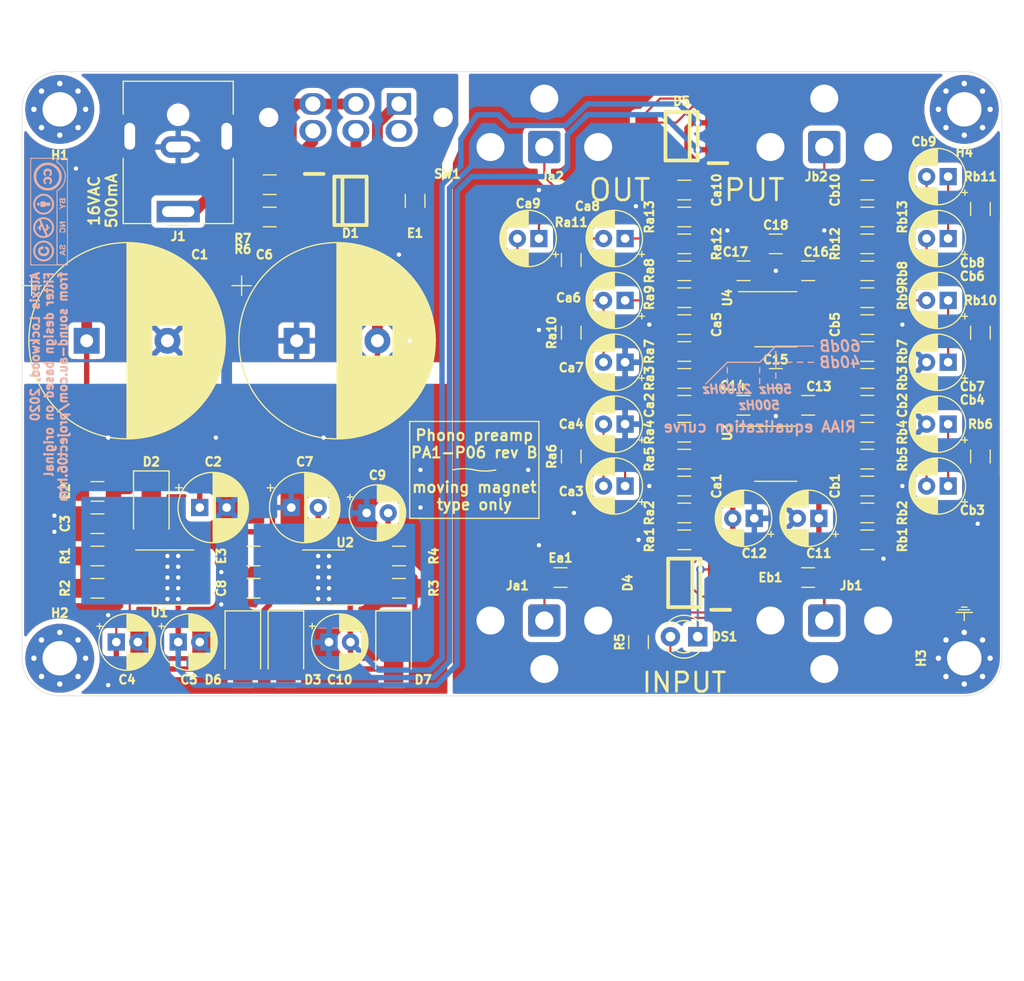
<source format=kicad_pcb>
(kicad_pcb (version 20221018) (generator pcbnew)
  (layers (0 "F.Cu" signal) (31 "B.Cu" signal) (34 "B.Paste" user) (35 "F.Paste" user) (36 "B.SilkS" user "B.Silkscreen") (37 "F.SilkS" user "F.Silkscreen") (38 "B.Mask" user) (39 "F.Mask" user) (44 "Edge.Cuts" user))
  (net 0 "")
  (net 1 "GND")
  (net 2 "Net-(C1-Pad1)")
  (net 3 "Net-(E1-Pad1)")
  (net 4 "Net-(J1-Pad1)")
  (net 5 "/VIN+")
  (net 6 "/VIN-")
  (net 7 "Net-(D1-Pad3)")
  (net 8 "Net-(C4-Pad1)")
  (net 9 "Net-(C6-Pad2)")
  (net 10 "Net-(C9-Pad2)")
  (net 11 "Net-(D4-Pad3)")
  (net 12 "Net-(D4-Pad4)")
  (net 13 "Net-(DS1-Pad2)")
  (net 14 "Net-(Ca1-Pad1)")
  (net 15 "Net-(Ca2-Pad2)")
  (net 16 "Net-(Ca2-Pad1)")
  (net 17 "Net-(Ca3-Pad2)")
  (net 18 "Net-(Ca3-Pad1)")
  (net 19 "Net-(Ca5-Pad2)")
  (net 20 "Net-(Ca6-Pad2)")
  (net 21 "Net-(Ca6-Pad1)")
  (net 22 "Net-(Ca8-Pad2)")
  (net 23 "Net-(Ca8-Pad1)")
  (net 24 "Net-(Ca9-Pad1)")
  (net 25 "Net-(Ca10-Pad2)")
  (net 26 "Net-(Cb1-Pad1)")
  (net 27 "Net-(Cb2-Pad2)")
  (net 28 "Net-(Cb2-Pad1)")
  (net 29 "Net-(Cb3-Pad2)")
  (net 30 "Net-(Cb3-Pad1)")
  (net 31 "Net-(Cb5-Pad2)")
  (net 32 "Net-(Cb6-Pad2)")
  (net 33 "Net-(Cb6-Pad1)")
  (net 34 "Net-(Cb8-Pad2)")
  (net 35 "Net-(Cb8-Pad1)")
  (net 36 "Net-(Cb9-Pad2)")
  (net 37 "Net-(Cb10-Pad2)")
  (net 38 "Net-(Ea1-Pad1)")
  (net 39 "Net-(Eb1-Pad1)")
  (net 40 "Net-(Ra3-Pad2)")
  (net 41 "Net-(Ra8-Pad1)")
  (net 42 "Net-(Rb3-Pad2)")
  (net 43 "Net-(Rb8-Pad1)")
  (net 44 "Net-(U1-Pad8)")
  (net 45 "Net-(U1-Pad5)")
  (net 46 "Net-(U2-Pad8)")
  (net 47 "Net-(U2-Pad5)")
  (net 48 "+14V")
  (net 49 "-14V")
  (net 50 "Net-(R6-Pad1)")
  (net 51 "Net-(R7-Pad2)")
  (net 52 "Net-(SW1-Pad4)")
  (footprint "Resistor_SMD:R_1206_3216Metric_Pad1.42x1.75mm_HandSolder" (layer "F.Cu") (at 113.5 65.5)
    (fp_text reference "Rb3")
    (fp_text value "10k/1%")
  )
  (footprint "Inductor_SMD:L_1206_3216Metric_Pad1.42x1.75mm_HandSolder" (layer "F.Cu") (at 71.5 49 -90)
    (fp_text reference "E1")
    (fp_text value "600")
  )
  (footprint "Resistor_SMD:R_1206_3216Metric_Pad1.42x1.75mm_HandSolder" (layer "F.Cu") (at 86 72.75 90)
    (fp_text reference "Ra6")
    (fp_text value "470k")
  )
  (footprint "Resistor_SMD:R_1206_3216Metric_Pad1.42x1.75mm_HandSolder" (layer "F.Cu") (at 113.5 80.5 180)
    (fp_text reference "Rb1")
    (fp_text value "47k")
  )
  (footprint "Capacitor_THT:CP_Radial_D5.0mm_P2.00mm" (layer "F.Cu") (at 121 69.75 180)
    (fp_text reference "Cb4")
    (fp_text value "47µ")
  )
  (footprint "Capacitor_SMD:C_1206_3216Metric_Pad1.42x1.75mm_HandSolder" (layer "F.Cu") (at 96.5 75.5 180)
    (fp_text reference "Ca1")
    (fp_text value "22p")
  )
  (footprint "phonopreamp:MBxS" (layer "F.Cu") (at 65.5 49 -90)
    (fp_text reference "D1")
    (fp_text value "MB10F")
  )
  (footprint "Capacitor_SMD:C_1206_3216Metric_Pad1.42x1.75mm_HandSolder" (layer "F.Cu") (at 108 68 180)
    (fp_text reference "C13")
    (fp_text value "100n")
  )
  (footprint "Capacitor_SMD:C_1206_3216Metric_Pad1.42x1.75mm_HandSolder" (layer "F.Cu") (at 113.5 68 180)
    (fp_text reference "Cb2")
    (fp_text value "22n/2%")
  )
  (footprint "MountingHole:MountingHole_3.2mm_M3_Pad_Via" (layer "F.Cu") (at 38.5 91.5)
    (fp_text reference "H2")
    (fp_text value "MountingHole" hide)
  )
  (footprint "Resistor_SMD:R_1206_3216Metric_Pad1.42x1.75mm_HandSolder" (layer "F.Cu") (at 96.5 78 180)
    (fp_text reference "Ra2")
    (fp_text value "4k7")
  )
  (footprint "Resistor_SMD:R_1206_3216Metric_Pad1.42x1.75mm_HandSolder" (layer "F.Cu") (at 42 82)
    (fp_text reference "R1")
    (fp_text value "240/1%")
  )
  (footprint "Resistor_SMD:R_1206_3216Metric_Pad1.42x1.75mm_HandSolder" (layer "F.Cu") (at 113.5 58 180)
    (fp_text reference "Rb9")
    (fp_text value "2k7/1%")
  )
  (footprint "Capacitor_SMD:C_1206_3216Metric_Pad1.42x1.75mm_HandSolder" (layer "F.Cu") (at 102 68)
    (fp_text reference "C14")
    (fp_text value "100n")
  )
  (footprint "Resistor_SMD:R_1206_3216Metric_Pad1.42x1.75mm_HandSolder" (layer "F.Cu") (at 96.5 63)
    (fp_text reference "Ra7")
    (fp_text value "3k4/1%")
  )
  (footprint "Capacitor_THT:CP_Radial_D18.0mm_P7.50mm" (layer "F.Cu") (at 41 62)
    (fp_text reference "C1")
    (fp_text value "2200µ")
  )
  (footprint "Capacitor_THT:CP_Radial_D5.0mm_P2.00mm" (layer "F.Cu") (at 91 58.25 180)
    (fp_text reference "Ca6")
    (fp_text value "47µ")
  )
  (footprint "Resistor_SMD:R_1206_3216Metric_Pad1.42x1.75mm_HandSolder" (layer "F.Cu") (at 96.5 53 180)
    (fp_text reference "Ra12")
    (fp_text value "100k")
  )
  (footprint "Inductor_SMD:L_1206_3216Metric_Pad1.42x1.75mm_HandSolder" (layer "F.Cu") (at 85 84)
    (fp_text reference "Ea1")
    (fp_text value "600")
  )
  (footprint "Resistor_SMD:R_1206_3216Metric_Pad1.42x1.75mm_HandSolder" (layer "F.Cu") (at 70 85)
    (fp_text reference "R3")
    (fp_text value "240/1%")
  )
  (footprint "Capacitor_THT:CP_Radial_D5.0mm_P2.00mm" (layer "F.Cu") (at 83 52.5 180)
    (fp_text reference "Ca9")
    (fp_text value "47µ")
  )
  (footprint "Capacitor_THT:CP_Radial_D6.3mm_P2.50mm" (layer "F.Cu") (at 60 77.5)
    (fp_text reference "C7")
    (fp_text value "68µ")
  )
  (footprint "phonopreamp:RCJ-01x" (layer "F.Cu") (at 109.5 88 180)
    (fp_text reference "Jb1")
    (fp_text value "IN_R")
  )
  (footprint "Resistor_SMD:R_1206_3216Metric_Pad1.42x1.75mm_HandSolder" (layer "F.Cu") (at 86 61.25 90)
    (fp_text reference "Ra10")
    (fp_text value "470k")
  )
  (footprint "phonopreamp:RCJ-01x" (layer "F.Cu") (at 109.5 44)
    (fp_text reference "Jb2")
    (fp_text value "OUT_R")
  )
  (footprint "Resistor_SMD:R_1206_3216Metric_Pad1.42x1.75mm_HandSolder" (layer "F.Cu") (at 113.5 63 180)
    (fp_text reference "Rb7")
    (fp_text value "3k4/1%")
  )
  (footprint "Resistor_SMD:R_1206_3216Metric_Pad1.42x1.75mm_HandSolder" (layer "F.Cu") (at 113.5 53)
    (fp_text reference "Rb12")
    (fp_text value "100k")
  )
  (footprint "Resistor_SMD:R_1206_3216Metric_Pad1.42x1.75mm_HandSolder" (layer "F.Cu") (at 92.25 90 90)
    (fp_text reference "R5")
    (fp_text value "10k")
  )
  (footprint "Capacitor_SMD:C_1206_3216Metric_Pad1.42x1.75mm_HandSolder" (layer "F.Cu") (at 96.5 48)
    (fp_text reference "Ca10")
    (fp_text value "22n/2%")
  )
  (footprint "Resistor_SMD:R_1206_3216Metric_Pad1.42x1.75mm_HandSolder" (layer "F.Cu") (at 96.5 50.5)
    (fp_text reference "Ra13")
    (fp_text value "620")
  )
  (footprint "Diode_SMD:D_SMA" (layer "F.Cu") (at 47 77.5 -90)
    (fp_text reference "D2")
    (fp_text value "S1G")
  )
  (footprint "Capacitor_SMD:C_1206_3216Metric_Pad1.42x1.75mm_HandSolder" (layer "F.Cu") (at 96.5 68)
    (fp_text reference "Ca2")
    (fp_text value "22n/2%")
  )
  (footprint "phonopreamp:RCJ-01x" (layer "F.Cu") (at 83.5 44)
    (fp_text reference "Ja2")
    (fp_text value "OUT_L")
  )
  (footprint "Capacitor_SMD:C_1206_3216Metric_Pad1.42x1.75mm_HandSolder" (layer "F.Cu") (at 105 53 180)
    (fp_text reference "C18")
    (fp_text value "100n")
  )
  (footprint "Resistor_SMD:R_1206_3216Metric_Pad1.42x1.75mm_HandSolder" (layer "F.Cu") (at 70 82)
    (fp_text reference "R4")
    (fp_text value "2k43/1%")
  )
  (footprint "Resistor_SMD:R_1206_3216Metric_Pad1.42x1.75mm_HandSolder" (layer "F.Cu") (at 96.5 55.5)
    (fp_text reference "Ra8")
    (fp_text value "100k/1%")
  )
  (footprint "Capacitor_THT:CP_Radial_D5.0mm_P2.00mm" (layer "F.Cu") (at 43.75 90)
    (fp_text reference "C4")
    (fp_text value "10µ")
  )
  (footprint "MountingHole:MountingHole_3.2mm_M3_Pad_Via" (layer "F.Cu") (at 122.5 40.5)
    (fp_text reference "H4")
    (fp_text value "MountingHole" hide)
  )
  (footprint "Resistor_SMD:R_1206_3216Metric_Pad1.42x1.75mm_HandSolder" (layer "F.Cu") (at 58 50.5)
    (fp_text reference "R6")
    (fp_text value "240")
  )
  (footprint "Resistor_SMD:R_1206_3216Metric_Pad1.42x1.75mm_HandSolder" (layer "F.Cu") (at 113.5 55.5 180)
    (fp_text reference "Rb8")
    (fp_text value "100k/1%")
  )
  (footprint "Capacitor_SMD:C_1206_3216Metric_Pad1.42x1.75mm_HandSolder" (layer "F.Cu") (at 102 55.5)
    (fp_text reference "C17")
    (fp_text value "100n")
  )
  (footprint "Capacitor_THT:CP_Radial_D5.0mm_P2.00mm" (layer "F.Cu") (at 91 64 180)
    (fp_text reference "Ca7")
    (fp_text value "47µ")
  )
  (footprint "Capacitor_SMD:C_1206_3216Metric_Pad1.42x1.75mm_HandSolder" (layer "F.Cu") (at 113.5 75.5)
    (fp_text reference "Cb1")
    (fp_text value "22p")
  )
  (footprint "Capacitor_THT:CP_Radial_D5.0mm_P2.00mm" (layer "F.Cu") (at 103 78.5 180)
    (fp_text reference "C12")
    (fp_text value "100µ")
  )
  (footprint "Capacitor_THT:CP_Radial_D5.0mm_P2.00mm" (layer "F.Cu") (at 109 78.5 180)
    (fp_text reference "C11")
    (fp_text value "100µ")
  )
  (footprint "Capacitor_THT:CP_Radial_D5.0mm_P2.00mm" (layer "F.Cu") (at 49.5 90)
    (fp_text reference "C5")
    (fp_text value "100µ")
  )
  (footprint "Resistor_SMD:R_1206_3216Metric_Pad1.42x1.75mm_HandSolder" (layer "F.Cu") (at 42 85 180)
    (fp_text reference "R2")
    (fp_text value "2k43/1%")
  )
  (footprint "Package_SO:SOIC-8_3.9x4.9mm_P1.27mm" (layer "F.Cu") (at 49 84)
    (fp_text reference "U1")
    (fp_text value "LM317LMX")
  )
  (footprint "Inductor_SMD:L_1206_3216Metric_Pad1.42x1.75mm_HandSolder" (layer "F.Cu") (at 42 76)
    (fp_text reference "E2")
    (fp_text value "600")
  )
  (footprint "phonopreamp:MFS201N-16-Z" (layer "F.Cu") (at 66 41.25 180)
    (fp_text reference "SW1")
    (fp_text value "MFS201N-16-Z")
  )
  (footprint "Resistor_SMD:R_1206_3216Metric_Pad1.42x1.75mm_HandSolder" (layer "F.Cu") (at 113.5 73 180)
    (fp_text reference "Rb5")
    (fp_text value "4k7/1%")
  )
  (footprint "Resistor_SMD:R_1206_3216Metric_Pad1.42x1.75mm_HandSolder" (layer "F.Cu") (at 124 61.25 90)
    (fp_text reference "Rb10")
    (fp_text value "470k")
  )
  (footprint "Capacitor_THT:CP_Radial_D5.0mm_P2.00mm" (layer "F.Cu") (at 121 58.25 180)
    (fp_text reference "Cb6")
    (fp_text value "47µ")
  )
  (footprint "Inductor_SMD:L_1206_3216Metric_Pad1.42x1.75mm_HandSolder" (layer "F.Cu") (at 56.5 82)
    (fp_text reference "E3")
    (fp_text value "600")
  )
  (footprint "Inductor_SMD:L_1206_3216Metric_Pad1.42x1.75mm_HandSolder" (layer "F.Cu") (at 108 84 180)
    (fp_text reference "Eb1")
    (fp_text value "600")
  )
  (footprint "Resistor_SMD:R_1206_3216Metric_Pad1.42x1.75mm_HandSolder" (layer "F.Cu") (at 86 54.5 90)
    (fp_text reference "Ra11")
    (fp_text value "470k")
  )
  (footprint "Capacitor_SMD:C_1206_3216Metric_Pad1.42x1.75mm_HandSolder" (layer "F.Cu") (at 113.5 60.5 180)
    (fp_text reference "Cb5")
    (fp_text value "22n/2%")
  )
  (footprint "MountingHole:MountingHole_3.2mm_M3_Pad_Via" (layer "F.Cu") (at 38.5 40.5)
    (fp_text reference "H1")
    (fp_text value "MountingHole" hide)
  )
  (footprint "Resistor_SMD:R_1206_3216Metric_Pad1.42x1.75mm_HandSolder" (layer "F.Cu") (at 96.5 58)
    (fp_text reference "Ra9")
    (fp_text value "2k7/1%")
  )
  (footprint "Capacitor_THT:CP_Radial_D5.0mm_P2.00mm" (layer "F.Cu") (at 121 52.5 180)
    (fp_text reference "Cb8")
    (fp_text value "47µ")
  )
  (footprint "Capacitor_THT:CP_Radial_D5.0mm_P2.00mm" (layer "F.Cu") (at 121 46.75 180)
    (fp_text reference "Cb9")
    (fp_text value "47µ")
  )
  (footprint "MountingHole:MountingHole_3.2mm_M3_Pad_Via" (layer "F.Cu") (at 122.5 91.5)
    (fp_text reference "H3")
    (fp_text value "MountingHole" hide)
  )
  (footprint "Capacitor_THT:CP_Radial_D5.0mm_P2.00mm" (layer "F.Cu") (at 91 52.5 180)
    (fp_text reference "Ca8")
    (fp_text value "47µ")
  )
  (footprint "Capacitor_THT:CP_Radial_D5.0mm_P2.00mm" (layer "F.Cu") (at 121 75.5 180)
    (fp_text reference "Cb3")
    (fp_text value "47µ")
  )
  (footprint "Capacitor_THT:CP_Radial_D5.0mm_P2.00mm" (layer "F.Cu") (at 91 75.5 180)
    (fp_text reference "Ca3")
    (fp_text value "47µ")
  )
  (footprint "phonopreamp:MBxS" (layer "F.Cu") (at 96.5 84.5 90)
    (fp_text reference "D4")
    (fp_text value "MB10F")
  )
  (footprint "Capacitor_THT:CP_Radial_D5.0mm_P2.00mm" (layer "F.Cu") (at 91 69.75 180)
    (fp_text reference "Ca4")
    (fp_text value "47µ")
  )
  (footprint "Capacitor_SMD:C_1206_3216Metric_Pad1.42x1.75mm_HandSolder" (layer "F.Cu") (at 108 55.5 180)
    (fp_text reference "C16")
    (fp_text value "100n")
  )
  (footprint "Capacitor_SMD:C_1206_3216Metric_Pad1.42x1.75mm_HandSolder" (layer "F.Cu") (at 42 79 180)
    (fp_text reference "C3")
    (fp_text value "100n")
  )
  (footprint "Capacitor_THT:CP_Radial_D6.3mm_P2.50mm" (layer "F.Cu") (at 51.5 77.5)
    (fp_text reference "C2")
    (fp_text value "68µ")
  )
  (footprint "Diode_SMD:D_SMA" (layer "F.Cu") (at 59.5 90.5 -90)
    (fp_text reference "D3")
    (fp_text value "S1G")
  )
  (footprint "phonopreamp:RCJ-01x" (layer "F.Cu") (at 83.5 88 180)
    (fp_text reference "Ja1")
    (fp_text value "IN_L")
  )
  (footprint "Package_SO:SOIC-8_3.9x4.9mm_P1.27mm" (layer "F.Cu") (at 105 60)
    (fp_text reference "U4")
    (fp_text value "LM4562")
  )
  (footprint "Package_SO:SOIC-8_3.9x4.9mm_P1.27mm" (layer "F.Cu") (at 63 84 180)
    (fp_text reference "U2")
    (fp_text value "LM337LMX")
  )
  (footprint "Capacitor_SMD:C_1206_3216Metric_Pad1.42x1.75mm_HandSolder" (layer "F.Cu") (at 96.5 60.5)
    (fp_text reference "Ca5")
    (fp_text value "22n/2%")
  )
  (footprint "Resistor_SMD:R_1206_3216Metric_Pad1.42x1.75mm_HandSolder" (layer "F.Cu") (at 124 49.75 90)
    (fp_text reference "Rb11")
    (fp_text value "470k")
  )
  (footprint "Resistor_SMD:R_1206_3216Metric_Pad1.42x1.75mm_HandSolder" (layer "F.Cu") (at 124 72.75 90)
    (fp_text reference "Rb6")
    (fp_text value "470k")
  )
  (footprint "Resistor_SMD:R_1206_3216Metric_Pad1.42x1.75mm_HandSolder" (layer "F.Cu") (at 96.5 70.5)
    (fp_text reference "Ra4")
    (fp_text value "180k/1%")
  )
  (footprint "Capacitor_SMD:C_1206_3216Metric_Pad1.42x1.75mm_HandSolder" (layer "F.Cu") (at 113.5 48 180)
    (fp_text reference "Cb10")
    (fp_text value "22n/2%")
  )
  (footprint "Resistor_SMD:R_1206_3216Metric_Pad1.42x1.75mm_HandSolder" (layer "F.Cu") (at 96.5 80.5)
    (fp_text reference "Ra1")
    (fp_text value "47k")
  )
  (footprint "Capacitor_THT:CP_Radial_D5.0mm_P2.00mm" (layer "F.Cu") (at 67 78)
    (fp_text reference "C9")
    (fp_text value "10µ")
  )
  (footprint "LED_THT:LED_D3.0mm" (layer "F.Cu") (at 97.75 89.5 180)
    (fp_text reference "DS1")
    (fp_text value "RED")
  )
  (footprint "Capacitor_THT:CP_Radial_D18.0mm_P7.50mm" (layer "F.Cu") (at 60.5 62)
    (fp_text reference "C6")
    (fp_text value "2200µ")
  )
  (footprint "Diode_SMD:D_SMA" (layer "F.Cu") (at 55.5 90.5 -90)
    (fp_text reference "D6")
    (fp_text value "S1G")
  )
  (footprint "Connector_BarrelJack:BarrelJack_CUI_PJ-063AH_Horizontal" (layer "F.Cu") (at 49.5 50 180)
    (fp_text reference "J1")
    (fp_text value "16VAC")
  )
  (footprint "Resistor_SMD:R_1206_3216Metric_Pad1.42x1.75mm_HandSolder" (layer "F.Cu") (at 113.5 50.5 180)
    (fp_text reference "Rb13")
    (fp_text value "620")
  )
  (footprint "Resistor_SMD:R_1206_3216Metric_Pad1.42x1.75mm_HandSolder" (layer "F.Cu") (at 96.5 65.5 180)
    (fp_text reference "Ra3")
    (fp_text value "10k/1%")
  )
  (footprint "Resistor_SMD:R_1206_3216Metric_Pad1.42x1.75mm_HandSolder" (layer "F.Cu") (at 96.5 73)
    (fp_text reference "Ra5")
    (fp_text value "4k7/1%")
  )
  (footprint "phonopreamp:MBxS" (layer "F.Cu") (at 96.25 43 90)
    (fp_text reference "D5")
    (fp_text value "MB10F")
  )
  (footprint "Capacitor_SMD:C_1206_3216Metric_Pad1.42x1.75mm_HandSolder" (layer "F.Cu") (at 105 65.5 180)
    (fp_text reference "C15")
    (fp_text value "100n")
  )
  (footprint "Resistor_SMD:R_1206_3216Metric_Pad1.42x1.75mm_HandSolder" (layer "F.Cu") (at 58 47.5)
    (fp_text reference "R7")
    (fp_text value "240")
  )
  (footprint "Capacitor_THT:CP_Radial_D5.0mm_P2.00mm" (layer "F.Cu") (at 63.5 90)
    (fp_text reference "C10")
    (fp_text value "100µ")
  )
  (footprint "Capacitor_SMD:C_1206_3216Metric_Pad1.42x1.75mm_HandSolder" (layer "F.Cu") (at 56.5 85)
    (fp_text reference "C8")
    (fp_text value "100n")
  )
  (footprint "Diode_SMD:D_SMA" (layer "F.Cu") (at 69.5 90.5 -90)
    (fp_text reference "D7")
    (fp_text value "S1G")
  )
  (footprint "Package_SO:SOIC-8_3.9x4.9mm_P1.27mm" (layer "F.Cu") (at 105 72.5)
    (fp_text reference "U3")
    (fp_text value "LM4562")
  )
  (footprint "Capacitor_THT:CP_Radial_D5.0mm_P2.00mm" (layer "F.Cu") (at 121 64 180)
    (fp_text reference "Cb7")
    (fp_text value "47µ")
  )
  (footprint "Resistor_SMD:R_1206_3216Metric_Pad1.42x1.75mm_HandSolder" (layer "F.Cu") (at 113.5 70.5 180)
    (fp_text reference "Rb4")
    (fp_text value "180k/1%")
  )
  (footprint "Resistor_SMD:R_1206_3216Metric_Pad1.42x1.75mm_HandSolder" (layer "F.Cu") (at 113.5 78 180)
    (fp_text reference "Rb2")
    (fp_text value "4k7")
  )
  (footprint "w_logo:Logo_silk_CC-BY-NC-SA_10x3.6mm" (layer "B.Cu") (at 37.5 50 -90)
    (fp_text reference "G1" hide)
    (fp_text value "BY-NC-SA" hide)
  )
  (gr_line (start 105 64) (end 105 64.5) (stroke (width 0.12)) (layer "B.SilkS"))
  (gr_line (start 103.5 65.5) (end 103.5 66) (stroke (width 0.12)) (layer "B.SilkS"))
  (gr_line (start 105.5 64) (end 105 64) (stroke (width 0.12)) (layer "B.SilkS"))
  (gr_line (start 107.5 64) (end 107 64) (stroke (width 0.12)) (layer "B.SilkS"))
  (gr_line (start 103.5 64) (end 100.5 64) (stroke (width 0.12)) (layer "B.SilkS"))
  (gr_line (start 106.5 64) (end 106 64) (stroke (width 0.12)) (layer "B.SilkS"))
  (gr_line (start 105 62.5) (end 103.5 64) (stroke (width 0.12)) (layer "B.SilkS"))
  (gr_line (start 105 63) (end 105 63.5) (stroke (width 0.12)) (layer "B.SilkS"))
  (gr_line (start 100.5 65.5) (end 100.5 66) (stroke (width 0.12)) (layer "B.SilkS"))
  (gr_line (start 108.5 62.5) (end 105 62.5) (stroke (width 0.12)) (layer "B.SilkS"))
  (gr_line (start 108.5 64) (end 108 64) (stroke (width 0.12)) (layer "B.SilkS"))
  (gr_line (start 104.5 64) (end 104 64) (stroke (width 0.12)) (layer "B.SilkS"))
  (gr_line (start 105 65) (end 105 65.5) (stroke (width 0.12)) (layer "B.SilkS"))
  (gr_line (start 100.5 64) (end 98.5 66) (stroke (width 0.12)) (layer "B.SilkS"))
  (gr_line (start 103.5 64.5) (end 103.5 65) (stroke (width 0.12)) (layer "B.SilkS"))
  (gr_line (start 100.5 64.5) (end 100.5 65) (stroke (width 0.12)) (layer "B.SilkS"))
  (gr_line (start 83 78.5) (end 71 78.5) (stroke (width 0.12)) (layer "F.SilkS"))
  (gr_arc (start 75 74.000001) (mid 76 73.890229) (end 76.999999 74.000001) (stroke (width 0.12)) (layer "F.SilkS"))
  (gr_line (start 71 69.5) (end 83 69.5) (stroke (width 0.12)) (layer "F.SilkS"))
  (gr_line (start 71 78.5) (end 71 69.5) (stroke (width 0.12)) (layer "F.SilkS"))
  (gr_arc (start 79 73.999999) (mid 78 74.109771) (end 77.000001 73.999999) (stroke (width 0.12)) (layer "F.SilkS"))
  (gr_line (start 123.25 87.25) (end 121.75 87.25) (stroke (width 0.12)) (layer "F.SilkS"))
  (gr_line (start 122.75 86.75) (end 122.25 86.75) (stroke (width 0.12)) (layer "F.SilkS"))
  (gr_line (start 83 69.5) (end 83 78.5) (stroke (width 0.12)) (layer "F.SilkS"))
  (gr_line (start 123 87) (end 122 87) (stroke (width 0.12)) (layer "F.SilkS"))
  (gr_line (start 122.5 88) (end 122.5 87.25) (stroke (width 0.12)) (layer "F.SilkS"))
  (gr_line (start 122.5 37) (end 38.5 37) (stroke (width 0.05)) (layer "Edge.Cuts"))
  (gr_arc (start 122.5 37) (mid 124.974874 38.025126) (end 126 40.5) (stroke (width 0.05)) (layer "Edge.Cuts"))
  (gr_arc (start 35 40.5) (mid 36.025126 38.025126) (end 38.5 37) (stroke (width 0.05)) (layer "Edge.Cuts"))
  (gr_line (start 126 91.5) (end 126 40.5) (stroke (width 0.05)) (layer "Edge.Cuts"))
  (gr_arc (start 126 91.5) (mid 124.974874 93.974874) (end 122.5 95) (stroke (width 0.05)) (layer "Edge.Cuts"))
  (gr_line (start 35 40.5) (end 35 91.5) (stroke (width 0.05)) (layer "Edge.Cuts"))
  (gr_line (start 38.5 95) (end 122.5 95) (stroke (width 0.05)) (layer "Edge.Cuts"))
  (gr_arc (start 38.5 95) (mid 36.025126 93.974874) (end 35 91.5) (stroke (width 0.05)) (layer "Edge.Cuts"))
  (gr_text "60dB" (at 111 62.5) (layer "B.SilkS") (effects (font (size 1 1) (thickness 0.2) italic) (justify mirror)))
  (gr_text "500Hz" (at 103.5 68) (layer "B.SilkS") (effects (font (size 0.8 0.8) (thickness 0.2) italic) (justify mirror)))
  (gr_text "RIAA equalization curve" (at 103.5 70) (layer "B.SilkS") (effects (font (size 1 1) (thickness 0.2)) (justify mirror)))
  (gr_text "40dB" (at 111 64) (layer "B.SilkS") (effects (font (size 1 1) (thickness 0.2) italic) (justify mirror)))
  (gr_text "2100Hz" (at 100.5 66.5) (layer "B.SilkS") (effects (font (size 0.8 0.8) (thickness 0.2) italic) (justify mirror)))
  (gr_text "Alexis Lockwood, 2020\nFilter design based on original\nfrom sound-au.com/project06.htm" (at 37.5 55.5 90) (layer "B.SilkS") (effects (font (size 0.8 0.8) (thickness 0.2)) (justify left mirror)))
  (gr_text "50Hz" (at 105 66.5) (layer "B.SilkS") (effects (font (size 0.8 0.8) (thickness 0.2) italic) (justify mirror)))
  (gr_text "16VAC\n500mA" (at 42.5 49 90) (layer "F.SilkS") (effects (font (size 1 1) (thickness 0.2))))
  (gr_text "Phono preamp\nPA1-P06 rev B\n\nmoving magnet\ntype only" (at 77 74) (layer "F.SilkS") (effects (font (size 1 1) (thickness 0.2))))
  (gr_text "INPUT" (at 96.5 93.75) (layer "F.SilkS") (effects (font (size 1.8 1.8) (thickness 0.25))))
  (gr_text "PUT" (at 103 48) (layer "F.SilkS") (effects (font (size 2 2) (thickness 0.25))))
  (gr_text "OUT" (at 90.5 48) (layer "F.SilkS") (effects (font (size 2 2) (thickness 0.25))))
  (segment (start 95.0125 60.5) (end 93.25 60.5) (width 0.2) (layer "F.Cu") (net 1))
  (segment (start 114.9875 60.5) (end 116.75 60.5) (width 0.2) (layer "F.Cu") (net 1))
  (segment (start 114.9875 48) (end 117 48) (width 0.2) (layer "F.Cu") (net 1))
  (segment (start 95.0125 48) (end 93 48) (width 0.2) (layer "F.Cu") (net 1))
  (via (at 38 79.75) (size 0.8) (drill 0.4) (layers "F.Cu" "B.Cu") (net 1))
  (via (at 83 61) (size 0.8) (drill 0.4) (layers "F.Cu" "B.Cu") (net 1))
  (via (at 116.75 60.5) (size 0.8) (drill 0.4) (layers "F.Cu" "B.Cu") (net 1))
  (via (at 72 74) (size 0.8) (drill 0.4) (layers "F.Cu" "B.Cu") (net 1))
  (via (at 105 69) (size 0.8) (drill 0.4) (layers "F.Cu" "B.Cu") (net 1))
  (via (at 43 94) (size 0.8) (drill 0.4) (layers "F.Cu" "B.Cu") (net 1))
  (via (at 123.75 79) (size 0.8) (drill 0.4) (layers "F.Cu" "B.Cu") (net 1))
  (via (at 116.75 75.5) (size 0.8) (drill 0.4) (layers "F.Cu" "B.Cu") (net 1))
  (via (at 38 78.25) (size 0.8) (drill 0.4) (layers "F.Cu" "B.Cu") (net 1))
  (via (at 71 62) (size 0.8) (drill 0.4) (layers "F.Cu" "B.Cu") (net 1))
  (via (at 70 54) (size 0.8) (drill 0.4) (layers "F.Cu" "B.Cu") (net 1))
  (via (at 72 77.5) (size 0.8) (drill 0.4) (layers "F.Cu" "B.Cu") (net 1))
  (via (at 43 71) (size 0.8) (drill 0.4) (layers "F.Cu" "B.Cu") (net 1))
  (via (at 53 71) (size 0.8) (drill 0.4) (layers "F.Cu" "B.Cu") (net 1))
  (via (at 93.25 60.5) (size 0.8) (drill 0.4) (layers "F.Cu" "B.Cu") (net 1))
  (via (at 93.25 75.5) (size 0.8) (drill 0.4) (layers "F.Cu" "B.Cu") (net 1))
  (via (at 43 87.5) (size 0.8) (drill 0.4) (layers "F.Cu" "B.Cu") (net 1))
  (via (at 82 74) (size 0.8) (drill 0.4) (layers "F.Cu" "B.Cu") (net 1))
  (via (at 92 49.5) (size 0.8) (drill 0.4) (layers "F.Cu" "B.Cu") (net 1))
  (via (at 53.5 83.5) (size 0.8) (drill 0.4) (layers "F.Cu" "B.Cu") (net 1))
  (via (at 109.5 51.75) (size 0.8) (drill 0.4) (layers "F.Cu" "B.Cu") (net 1))
  (via (at 53.5 86.5) (size 0.8) (drill 0.4) (layers "F.Cu" "B.Cu") (net 1))
  (via (at 63 71) (size 0.8) (drill 0.4) (layers "F.Cu" "B.Cu") (net 1))
  (via (at 100.5 51.75) (size 0.8) (drill 0.4) (layers "F.Cu" "B.Cu") (net 1))
  (via (at 40 46) (size 0.8) (drill 0.4) (layers "F.Cu" "B.Cu") (net 1))
  (via (at 92.25 80.5) (size 0.8) (drill 0.4) (layers "F.Cu" "B.Cu") (net 1))
  (via (at 105 55.5) (size 0.8) (drill 0.4) (layers "F.Cu" "B.Cu") (net 1))
  (via (at 86.25 78) (size 0.8) (drill 0.4) (layers "F.Cu" "B.Cu") (net 1))
  (via (at 115 82.25) (size 0.8) (drill 0.4) (layers "F.Cu" "B.Cu") (net 1))
  (via (at 83 48) (size 0.8) (drill 0.4) (layers "F.Cu" "B.Cu") (net 1))
  (via (at 83 81) (size 0.8) (drill 0.4) (layers "F.Cu" "B.Cu") (net 1))
  (segment (start 73.489962 93) (end 73.189972 93.29999) (width 0.5) (layer "B.Cu") (net 1))
  (segment (start 51.5 44) (end 50 44) (width 1) (layer "B.Cu") (net 1))
  (segment (start 56 48.5) (end 51.5 44) (width 1) (layer "B.Cu") (net 1))
  (segment (start 74.70001 73.79999) (end 74.70001 47.79999) (width 0.5) (layer "B.Cu") (net 1))
  (segment (start 73.489962 93) (end 74.70001 91.789953) (width 0.5) (layer "B.Cu") (net 1))
  (segment (start 74.70001 88.5) (end 74.70001 73.79999) (width 0.5) (layer "B.Cu") (net 1))
  (segment (start 74.70001 91.789953) (end 74.70001 88.5) (width 0.5) (layer "B.Cu") (net 1))
  (segment (start 72.289953 93.29999) (end 55.29999 93.29999) (width 0.5) (layer "B.Cu") (net 1))
  (segment (start 55.29999 93.29999) (end 52.04999 93.29999) (width 0.5) (layer "B.Cu") (net 1))
  (segment (start 74.70001 47.79999) (end 76.29999 46.20001) (width 0.5) (layer "B.Cu") (net 1))
  (segment (start 56 48.5) (end 56 58.5) (width 1) (layer "B.Cu") (net 1))
  (segment (start 52.04999 93.29999) (end 51.5 92.75) (width 0.5) (layer "B.Cu") (net 1))
  (segment (start 56 58.5) (end 54 60.5) (width 1) (layer "B.Cu") (net 1))
  (segment (start 54 60.5) (end 54 67.5) (width 1) (layer "B.Cu") (net 1))
  (segment (start 73.189972 93.29999) (end 72.289953 93.29999) (width 0.5) (layer "B.Cu") (net 1))
  (segment (start 78.5 44) (end 76.29999 46.20001) (width 0.5) (layer "B.Cu") (net 1))
  (segment (start 59.4875 53.0125) (end 58.5 54) (width 1) (layer "F.Cu") (net 2))
  (segment (start 40.5125 73.4875) (end 40.5125 76) (width 0.5) (layer "F.Cu") (net 2))
  (segment (start 61.871 47.73) (end 59.4875 50.1135) (width 1) (layer "F.Cu") (net 2))
  (segment (start 59.4875 50.5) (end 59.4875 53.0125) (width 1) (layer "F.Cu") (net 2))
  (segment (start 58.5 54) (end 42.5 54) (width 1) (layer "F.Cu") (net 2))
  (segment (start 62.25 47.73) (end 61.871 47.73) (width 1) (layer "F.Cu") (net 2))
  (segment (start 42.5 54) (end 41 55.5) (width 1) (layer "F.Cu") (net 2))
  (segment (start 59.4875 50.1135) (end 59.4875 50.5) (width 1) (layer "F.Cu") (net 2))
  (segment (start 41 55.5) (end 41 62) (width 1) (layer "F.Cu") (net 2))
  (segment (start 41 73) (end 40.5125 73.4875) (width 0.5) (layer "F.Cu") (net 2))
  (segment (start 41 62) (end 41 73) (width 0.5) (layer "F.Cu") (net 2))
  (segment (start 70.5 44.5) (end 71.5 45.5) (width 1) (layer "F.Cu") (net 3))
  (segment (start 69.845823 40) (end 68 41.845823) (width 1) (layer "F.Cu") (net 3))
  (segment (start 68 44) (end 68.5 44.5) (width 1) (layer "F.Cu") (net 3))
  (segment (start 70 40) (end 69.845823 40) (width 1) (layer "F.Cu") (net 3))
  (segment (start 71.5 45.5) (end 71.5 47.5125) (width 1) (layer "F.Cu") (net 3))
  (segment (start 68.5 44.5) (end 70.5 44.5) (width 1) (layer "F.Cu") (net 3))
  (segment (start 68 41.845823) (end 68 44) (width 1) (layer "F.Cu") (net 3))
  (segment (start 60 40.5) (end 60.5 40) (width 1) (layer "F.Cu") (net 4))
  (segment (start 60.5 40) (end 62 40) (width 1) (layer "F.Cu") (net 4))
  (segment (start 49.5 50) (end 51 50) (width 1) (layer "F.Cu") (net 4))
  (segment (start 60 41.5) (end 60 40.5) (width 1) (layer "F.Cu") (net 4))
  (segment (start 51 50) (end 56.5 44.5) (width 1) (layer "F.Cu") (net 4))
  (segment (start 60 43.5) (end 60 41.5) (width 1) (layer "F.Cu") (net 4))
  (segment (start 59 44.5) (end 60 43.5) (width 1) (layer "F.Cu") (net 4))
  (segment (start 62 40) (end 66 40) (width 1) (layer "F.Cu") (net 4))
  (segment (start 56.5 44.5) (end 59 44.5) (width 1) (layer "F.Cu") (net 4))
  (segment (start 44.5 79) (end 43.4875 79) (width 0.5) (layer "F.Cu") (net 5))
  (segment (start 43.4875 76) (end 43.4875 79) (width 0.5) (layer "F.Cu") (net 5))
  (segment (start 47 75.5) (end 45.5 75.5) (width 0.5) (layer "F.Cu") (net 5))
  (segment (start 45.5 75.5) (end 45 76) (width 0.5) (layer "F.Cu") (net 5))
  (segment (start 46.095 82.095) (end 45 81) (width 0.5) (layer "F.Cu") (net 5))
  (segment (start 45 81) (end 45 79.5) (width 0.5) (layer "F.Cu") (net 5))
  (segment (start 43.4875 76) (end 44.5 76) (width 0.5) (layer "F.Cu") (net 5))
  (segment (start 46.525 82.095) (end 46.095 82.095) (width 0.5) (layer "F.Cu") (net 5))
  (segment (start 45 76) (end 44.5 76) (width 0.5) (layer "F.Cu") (net 5))
  (segment (start 45 79.5) (end 44.5 79) (width 0.5) (layer "F.Cu") (net 5))
  (segment (start 47 75.5) (end 51 75.5) (width 0.5) (layer "F.Cu") (net 5))
  (segment (start 51 75.5) (end 51.5 76) (width 0.5) (layer "F.Cu") (net 5))
  (segment (start 51.5 76) (end 51.5 77.5) (width 0.5) (layer "F.Cu") (net 5))
  (segment (start 63 79.5) (end 63 82.5) (width 0.5) (layer "F.Cu") (net 6))
  (segment (start 57.5 87) (end 57.9875 86.5125) (width 0.5) (layer "F.Cu") (net 6))
  (segment (start 57.5 92) (end 57.5 87) (width 0.5) (layer "F.Cu") (net 6))
  (segment (start 58.3525 84.635) (end 57.9875 85) (width 0.5) (layer "F.Cu") (net 6))
  (segment (start 59.5 92.5) (end 58 92.5) (width 0.5) (layer "F.Cu") (net 6))
  (segment (start 62.5 77.5) (end 62.5 79) (width 0.5) (layer "F.Cu") (net 6))
  (segment (start 57.9875 86.5125) (end 57.9875 85) (width 0.5) (layer "F.Cu") (net 6))
  (segment (start 57.9875 82) (end 57.9875 85) (width 0.5) (layer "F.Cu") (net 6))
  (segment (start 58 92.5) (end 57.5 92) (width 0.5) (layer "F.Cu") (net 6))
  (segment (start 60.525 84.635) (end 58.3525 84.635) (width 0.5) (layer "F.Cu") (net 6))
  (segment (start 62.5 79) (end 63 79.5) (width 0.5) (layer "F.Cu") (net 6))
  (via (at 63.5 82) (size 0.8) (drill 0.4) (layers "F.Cu" "B.Cu") (net 6))
  (via (at 62.5 83) (size 0.8) (drill 0.4) (layers "F.Cu" "B.Cu") (net 6))
  (via (at 62.5 85) (size 0.8) (drill 0.4) (layers "F.Cu" "B.Cu") (net 6))
  (via (at 62.5 84) (size 0.8) (drill 0.4) (layers "F.Cu" "B.Cu") (net 6))
  (via (at 63.5 83) (size 0.8) (drill 0.4) (layers "F.Cu" "B.Cu") (net 6))
  (via (at 63.5 84) (size 0.8) (drill 0.4) (layers "F.Cu" "B.Cu") (net 6))
  (via (at 62.5 86) (size 0.8) (drill 0.4) (layers "F.Cu" "B.Cu") (net 6))
  (via (at 63.5 85) (size 0.8) (drill 0.4) (layers "F.Cu" "B.Cu") (net 6))
  (via (at 62.5 82) (size 0.8) (drill 0.4) (layers "F.Cu" "B.Cu") (net 6))
  (via (at 63.5 86) (size 0.8) (drill 0.4) (layers "F.Cu" "B.Cu") (net 6))
  (segment (start 71.5 50.4875) (end 70.0125 50.4875) (width 1) (layer "F.Cu") (net 7))
  (segment (start 70.0125 50.4875) (end 69.795 50.27) (width 1) (layer "F.Cu") (net 7))
  (segment (start 69.795 50.27) (end 68.75 50.27) (width 1) (layer "F.Cu") (net 7))
  (segment (start 68.75 47.73) (end 68.75 50.27) (width 1) (layer "F.Cu") (net 7))
  (segment (start 55.5 92.5) (end 44.5 92.5) (width 0.5) (layer "F.Cu") (net 8))
  (segment (start 44.2375 83.4875) (end 45 84.25) (width 0.2) (layer "F.Cu") (net 8))
  (segment (start 45.095 85.905) (end 45 86) (width 0.2) (layer "F.Cu") (net 8))
  (segment (start 40.5125 82) (end 40.5125 83.4875) (width 0.2) (layer "F.Cu") (net 8))
  (segment (start 43.75 91.75) (end 43.75 90) (width 0.5) (layer "F.Cu") (net 8))
  (segment (start 45 86) (end 45 87) (width 0.2) (layer "F.Cu") (net 8))
  (segment (start 46.525 85.905) (end 45.095 85.905) (width 0.2) (layer "F.Cu") (net 8))
  (segment (start 45 84.25) (end 45 86) (width 0.2) (layer "F.Cu") (net 8))
  (segment (start 45 87) (end 43.75 88.25) (width 0.2) (layer "F.Cu") (net 8))
  (segment (start 43.75 88.25) (end 43.75 90) (width 0.2) (layer "F.Cu") (net 8))
  (segment (start 44.5 92.5) (end 43.75 91.75) (width 0.5) (layer "F.Cu") (net 8))
  (segment (start 40.5125 83.4875) (end 44.2375 83.4875) (width 0.2) (layer "F.Cu") (net 8))
  (segment (start 40.5125 83.4875) (end 40.5125 85) (width 0.2) (layer "F.Cu") (net 8))
  (segment (start 55.75 79.75) (end 55.0125 80.4875) (width 0.5) (layer "F.Cu") (net 9))
  (segment (start 66 42.5) (end 66 49) (width 1) (layer "F.Cu") (net 9))
  (segment (start 63.5 54) (end 66.5 54) (width 1) (layer "F.Cu") (net 9))
  (segment (start 55.0125 80.4875) (end 55.0125 82) (width 0.5) (layer "F.Cu") (net 9))
  (segment (start 58.25 79.25) (end 57.75 79.75) (width 0.5) (layer "F.Cu") (net 9))
  (segment (start 59.5 73.5) (end 66 73.5) (width 0.5) (layer "F.Cu") (net 9))
  (segment (start 66 49) (end 64.73 50.27) (width 1) (layer "F.Cu") (net 9))
  (segment (start 64.73 50.27) (end 62.25 50.27) (width 1) (layer "F.Cu") (net 9))
  (segment (start 66.5 54) (end 68 55.5) (width 1) (layer "F.Cu") (net 9))
  (segment (start 57.75 79.75) (end 55.75 79.75) (width 0.5) (layer "F.Cu") (net 9))
  (segment (start 66 73.5) (end 67 73.5) (width 0.5) (layer "F.Cu") (net 9))
  (segment (start 68 55.5) (end 68 62) (width 1) (layer "F.Cu") (net 9))
  (segment (start 67 73.5) (end 68 72.5) (width 0.5) (layer "F.Cu") (net 9))
  (segment (start 62.25 52.75) (end 63.5 54) (width 1) (layer "F.Cu") (net 9))
  (segment (start 58.25 74.75) (end 59.5 73.5) (width 0.5) (layer "F.Cu") (net 9))
  (segment (start 68 72.5) (end 68 62) (width 0.5) (layer "F.Cu") (net 9))
  (segment (start 62.25 50.27) (end 62.25 52.75) (width 1) (layer "F.Cu") (net 9))
  (segment (start 58.25 75.25) (end 58.25 79.25) (width 0.5) (layer "F.Cu") (net 9))
  (segment (start 58.25 75.25) (end 58.25 74.75) (width 0.5) (layer "F.Cu") (net 9))
  (segment (start 68.4175 82.095) (end 68.5125 82) (width 0.2) (layer "F.Cu") (net 10))
  (segment (start 68.5125 83.0125) (end 69 83.5) (width 0.5) (layer "F.Cu") (net 10))
  (segment (start 69.5 88.5) (end 71 88.5) (width 0.5) (layer "F.Cu") (net 10))
  (segment (start 65.475 82.095) (end 68.4175 82.095) (width 0.2) (layer "F.Cu") (net 10))
  (segment (start 69 83.5) (end 71 83.5) (width 0.5) (layer "F.Cu") (net 10))
  (segment (start 71 83.5) (end 71.4875 83.9875) (width 0.5) (layer "F.Cu") (net 10))
  (segment (start 68.5125 82) (end 68.5125 83.0125) (width 0.5) (layer "F.Cu") (net 10))
  (segment (start 68.5125 82) (end 68.5125 79.9875) (width 0.5) (layer "F.Cu") (net 10))
  (segment (start 71.4875 83.9875) (end 71.4875 85) (width 0.5) (layer "F.Cu") (net 10))
  (segment (start 71.4875 88.0125) (end 71.4875 85) (width 0.5) (layer "F.Cu") (net 10))
  (segment (start 69 79.5) (end 69 78) (width 0.5) (layer "F.Cu") (net 10))
  (segment (start 68.5125 79.9875) (end 69 79.5) (width 0.5) (layer "F.Cu") (net 10))
  (segment (start 71 88.5) (end 71.4875 88.0125) (width 0.5) (layer "F.Cu") (net 10))
  (segment (start 97.9875 82.0125) (end 97.9875 80.5) (width 0.2) (layer "F.Cu") (net 11))
  (segment (start 90.27 83.23) (end 93.25 83.23) (width 0.2) (layer "F.Cu") (net 11))
  (segment (start 93.25 83.23) (end 96.77 83.23) (width 0.2) (layer "F.Cu") (net 11))
  (segment (start 89.5 84) (end 90.27 83.23) (width 0.2) (layer "F.Cu") (net 11))
  (segment (start 86.4875 84) (end 89.5 84) (width 0.2) (layer "F.Cu") (net 11))
  (segment (start 96.77 83.23) (end 97.9875 82.0125) (width 0.2) (layer "F.Cu") (net 11))
  (segment (start 97.9875 78) (end 97.9875 80.5) (width 0.2) (layer "F.Cu") (net 11))
  (segment (start 106.5125 84) (end 104.75 84) (width 0.2) (layer "F.Cu") (net 12))
  (segment (start 94.5 87.75) (end 101 87.75) (width 0.2) (layer "F.Cu") (net 12))
  (segment (start 114.9875 79.0125) (end 114.9875 78) (width 0.2) (layer "F.Cu") (net 12))
  (segment (start 112.25 79.25) (end 112.0125 79.4875) (width 0.2) (layer "F.Cu") (net 12))
  (segment (start 112.0125 81.7375) (end 112.0125 80.5) (width 0.2) (layer "F.Cu") (net 12))
  (segment (start 104.75 84) (end 101.125 87.625) (width 0.2) (layer "F.Cu") (net 12))
  (segment (start 101 87.75) (end 101.125 87.625) (width 0.2) (layer "F.Cu") (net 12))
  (segment (start 101 87) (end 105.75 82.25) (width 0.2) (layer "F.Cu") (net 12))
  (segment (start 95.5 87.25) (end 100.75 87.25) (width 0.2) (layer "F.Cu") (net 12))
  (segment (start 112.0125 80.5) (end 112.0125 79.4875) (width 0.2) (layer "F.Cu") (net 12))
  (segment (start 112.624964 79.25) (end 112.25 79.25) (width 0.2) (layer "F.Cu") (net 12))
  (segment (start 94.25 87.5) (end 94.5 87.75) (width 0.2) (layer "F.Cu") (net 12))
  (segment (start 111.5 82.25) (end 112.0125 81.7375) (width 0.2) (layer "F.Cu") (net 12))
  (segment (start 93.25 85.77) (end 94.77 85.77) (width 0.2) (layer "F.Cu") (net 12))
  (segment (start 105.75 82.25) (end 111.5 82.25) (width 0.2) (layer "F.Cu") (net 12))
  (segment (start 95 86) (end 95 86.75) (width 0.2) (layer "F.Cu") (net 12))
  (segment (start 94.77 85.77) (end 95 86) (width 0.2) (layer "F.Cu") (net 12))
  (segment (start 93.25 86.5) (end 94.25 87.5) (width 0.2) (layer "F.Cu") (net 12))
  (segment (start 93.25 85.77) (end 93.25 86.5) (width 0.2) (layer "F.Cu") (net 12))
  (segment (start 112.624964 79.25) (end 114.75 79.25) (width 0.2) (layer "F.Cu") (net 12))
  (segment (start 95 86.75) (end 95.5 87.25) (width 0.2) (layer "F.Cu") (net 12))
  (segment (start 100.75 87.25) (end 101 87) (width 0.2) (layer "F.Cu") (net 12))
  (segment (start 114.75 79.25) (end 114.9875 79.0125) (width 0.2) (layer "F.Cu") (net 12))
  (segment (start 94.7625 91.4875) (end 95.21 91.04) (width 0.2) (layer "F.Cu") (net 13))
  (segment (start 92.25 91.4875) (end 94.7625 91.4875) (width 0.2) (layer "F.Cu") (net 13))
  (segment (start 95.21 91.04) (end 95.21 89.5) (width 0.2) (layer "F.Cu") (net 13))
  (segment (start 97.9875 75.5) (end 99.75 75.5) (width 0.2) (layer "F.Cu") (net 14))
  (segment (start 95.0125 78) (end 95.0125 76.9875) (width 0.2) (layer "F.Cu") (net 14))
  (segment (start 97.9875 76.5125) (end 97.9875 75.5) (width 0.2) (layer "F.Cu") (net 14))
  (segment (start 100.615 73.135) (end 102.525 73.135) (width 0.2) (layer "F.Cu") (net 14))
  (segment (start 99.75 75.5) (end 100.25 75) (width 0.2) (layer "F.Cu") (net 14))
  (segment (start 97.75 76.75) (end 97.9875 76.5125) (width 0.2) (layer "F.Cu") (net 14))
  (segment (start 95.25 76.75) (end 96.5 76.75) (width 0.2) (layer "F.Cu") (net 14))
  (segment (start 100.25 73.5) (end 100.615 73.135) (width 0.2) (layer "F.Cu") (net 14))
  (segment (start 100.25 75) (end 100.25 73.5) (width 0.2) (layer "F.Cu") (net 14))
  (segment (start 95.0125 76.9875) (end 95.25 76.75) (width 0.2) (layer "F.Cu") (net 14))
  (segment (start 96.5 76.75) (end 97.75 76.75) (width 0.2) (layer "F.Cu") (net 14))
  (segment (start 97.9875 65.5) (end 97.9875 68) (width 0.2) (layer "F.Cu") (net 15))
  (segment (start 97.9875 71.9875) (end 97.9875 73) (width 0.2) (layer "F.Cu") (net 16))
  (segment (start 95.0125 70.5) (end 95.0125 71.5125) (width 0.2) (layer "F.Cu") (net 16))
  (segment (start 100.885 71.865) (end 99.75 73) (width 0.2) (layer "F.Cu") (net 16))
  (segment (start 95.0125 68) (end 95.0125 70.5) (width 0.2) (layer "F.Cu") (net 16))
  (segment (start 102.525 71.865) (end 100.885 71.865) (width 0.2) (layer "F.Cu") (net 16))
  (segment (start 99.75 73) (end 97.9875 73) (width 0.2) (layer "F.Cu") (net 16))
  (segment (start 97.75 71.75) (end 97.9875 71.9875) (width 0.2) (layer "F.Cu") (net 16))
  (segment (start 95.0125 71.5125) (end 95.25 71.75) (width 0.2) (layer "F.Cu") (net 16))
  (segment (start 95.25 71.75) (end 97.75 71.75) (width 0.2) (layer "F.Cu") (net 16))
  (segment (start 89 71.25) (end 89 69.75) (width 0.2) (layer "F.Cu") (net 17))
  (segment (start 88.9875 71.2625) (end 89 71.25) (width 0.2) (layer "F.Cu") (net 17))
  (segment (start 89 75.5) (end 89 71.25) (width 0.2) (layer "F.Cu") (net 17))
  (segment (start 86 71.2625) (end 88.9875 71.2625) (width 0.2) (layer "F.Cu") (net 17))
  (segment (start 91 73.5) (end 91 75.5) (width 0.2) (layer "F.Cu") (net 18))
  (segment (start 91.5 73) (end 91 73.5) (width 0.2) (layer "F.Cu") (net 18))
  (segment (start 95.0125 73) (end 91.5 73) (width 0.2) (layer "F.Cu") (net 18))
  (segment (start 97.9875 63) (end 97.9875 60.5) (width 0.2) (layer "F.Cu") (net 19))
  (segment (start 99.25 60.5) (end 99.385 60.635) (width 0.2) (layer "F.Cu") (net 19))
  (segment (start 102.525 60.635) (end 100.615 60.635) (width 0.2) (layer "F.Cu") (net 19))
  (segment (start 97.9875 60.5) (end 99.25 60.5) (width 0.2) (layer "F.Cu") (net 19))
  (segment (start 99.385 60.635) (end 100.615 60.635) (width 0.2) (layer "F.Cu") (net 19))
  (segment (start 86.5 58.25) (end 89 58.25) (width 0.2) (layer "F.Cu") (net 20))
  (segment (start 86 59.7625) (end 86 58.75) (width 0.2) (layer "F.Cu") (net 20))
  (segment (start 86 58.75) (end 86.5 58.25) (width 0.2) (layer "F.Cu") (net 20))
  (segment (start 89 58.25) (end 89 64) (width 0.2) (layer "F.Cu") (net 20))
  (segment (start 95.0125 58) (end 92.75 58) (width 0.2) (layer "F.Cu") (net 21))
  (segment (start 92.5 58.25) (end 91 58.25) (width 0.2) (layer "F.Cu") (net 21))
  (segment (start 92.75 58) (end 92.5 58.25) (width 0.2) (layer "F.Cu") (net 21))
  (segment (start 89 52.5) (end 87.75 52.5) (width 0.2) (layer "F.Cu") (net 22))
  (segment (start 84.5 54) (end 84.75 53.75) (width 0.2) (layer "F.Cu") (net 22))
  (segment (start 81 53.5) (end 81 52.5) (width 0.2) (layer "F.Cu") (net 22))
  (segment (start 87.2375 53.0125) (end 86 53.0125) (width 0.2) (layer "F.Cu") (net 22))
  (segment (start 86 53.0125) (end 84.9875 53.0125) (width 0.2) (layer "F.Cu") (net 22))
  (segment (start 87.75 52.5) (end 87.2375 53.0125) (width 0.2) (layer "F.Cu") (net 22))
  (segment (start 81.5 54) (end 81 53.5) (width 0.2) (layer "F.Cu") (net 22))
  (segment (start 84 54) (end 81.5 54) (width 0.2) (layer "F.Cu") (net 22))
  (segment (start 84.75 53.75) (end 84.75 53.25) (width 0.2) (layer "F.Cu") (net 22))
  (segment (start 84.9875 53.0125) (end 84.75 53.25) (width 0.2) (layer "F.Cu") (net 22))
  (segment (start 84 54) (end 84.5 54) (width 0.2) (layer "F.Cu") (net 22))
  (segment (start 97.9875 54.4875) (end 97.75 54.25) (width 0.2) (layer "F.Cu") (net 23))
  (segment (start 93.5 54.25) (end 93 53.75) (width 0.2) (layer "F.Cu") (net 23))
  (segment (start 99.25 55.75) (end 99 55.5) (width 0.2) (layer "F.Cu") (net 23))
  (segment (start 93 53) (end 92.5 52.5) (width 0.2) (layer "F.Cu") (net 23))
  (segment (start 99.25 57) (end 99.25 55.75) (width 0.2) (layer "F.Cu") (net 23))
  (segment (start 100.345 58.095) (end 99.25 57) (width 0.2) (layer "F.Cu") (net 23))
  (segment (start 97.75 54.25) (end 93.5 54.25) (width 0.2) (layer "F.Cu") (net 23))
  (segment (start 92.5 52.5) (end 91 52.5) (width 0.2) (layer "F.Cu") (net 23))
  (segment (start 99 55.5) (end 97.9875 55.5) (width 0.2) (layer "F.Cu") (net 23))
  (segment (start 93 53.75) (end 93 53) (width 0.2) (layer "F.Cu") (net 23))
  (segment (start 102.525 58.095) (end 100.345 58.095) (width 0.2) (layer "F.Cu") (net 23))
  (segment (start 97.9875 55.5) (end 97.9875 54.4875) (width 0.2) (layer "F.Cu") (net 23))
  (segment (start 93.25 51) (end 93.75 50.5) (width 0.2) (layer "F.Cu") (net 24))
  (segment (start 83 51.25) (end 83.25 51) (width 0.2) (layer "F.Cu") (net 24))
  (segment (start 83.25 51) (end 93.25 51) (width 0.2) (layer "F.Cu") (net 24))
  (segment (start 83 52.5) (end 83 51.25) (width 0.2) (layer "F.Cu") (net 24))
  (segment (start 95.0125 53) (end 95.0125 50.5) (width 0.2) (layer "F.Cu") (net 24))
  (segment (start 93.75 50.5) (end 95.0125 50.5) (width 0.2) (layer "F.Cu") (net 24))
  (segment (start 93 44.27) (end 93 46.5) (width 0.2) (layer "F.Cu") (net 25))
  (segment (start 97.9875 46.7375) (end 95.52 44.27) (width 0.2) (layer "F.Cu") (net 25))
  (segment (start 83.5 46.75) (end 83.5 44) (width 0.2) (layer "F.Cu") (net 25))
  (segment (start 91.75 47.75) (end 84.5 47.75) (width 0.2) (layer "F.Cu") (net 25))
  (segment (start 93 46.5) (end 91.75 47.75) (width 0.2) (layer "F.Cu") (net 25))
  (segment (start 84.5 47.75) (end 83.5 46.75) (width 0.2) (layer "F.Cu") (net 25))
  (segment (start 97.9875 50.5) (end 97.9875 48) (width 0.2) (layer "F.Cu") (net 25))
  (segment (start 97.9875 48) (end 97.9875 46.7375) (width 0.2) (layer "F.Cu") (net 25))
  (segment (start 95.52 44.27) (end 93 44.27) (width 0.2) (layer "F.Cu") (net 25))
  (segment (start 109.405 74.405) (end 110.5 75.5) (width 0.2) (layer "F.Cu") (net 26))
  (segment (start 110.5 75.5) (end 112.0125 75.5) (width 0.2) (layer "F.Cu") (net 26))
  (segment (start 112.0125 78) (end 112.0125 75.5) (width 0.2) (layer "F.Cu") (net 26))
  (segment (start 107.475 74.405) (end 109.405 74.405) (width 0.2) (layer "F.Cu") (net 26))
  (segment (start 112.0125 65.5) (end 112.0125 68) (width 0.25) (layer "F.Cu") (net 27))
  (segment (start 112.25 71.75) (end 112.0125 71.9875) (width 0.2) (layer "F.Cu") (net 28))
  (segment (start 109.865 73.135) (end 110 73) (width 0.2) (layer "F.Cu") (net 28))
  (segment (start 112.0125 71.9875) (end 112.0125 73) (width 0.2) (layer "F.Cu") (net 28))
  (segment (start 110 73) (end 112.0125 73) (width 0.2) (layer "F.Cu") (net 28))
  (segment (start 114.75 71.75) (end 112.25 71.75) (width 0.2) (layer "F.Cu") (net 28))
  (segment (start 114.9875 71.5125) (end 114.75 71.75) (width 0.2) (layer "F.Cu") (net 28))
  (segment (start 114.9875 70.5) (end 114.9875 71.5125) (width 0.2) (layer "F.Cu") (net 28))
  (segment (start 107.475 73.135) (end 109.865 73.135) (width 0.2) (layer "F.Cu") (net 28))
  (segment (start 114.9875 68) (end 114.9875 70.5) (width 0.2) (layer "F.Cu") (net 28))
  (segment (start 118.25 73) (end 119 73.75) (width 0.2) (layer "F.Cu") (net 29))
  (segment (start 119 73.75) (end 119 75.5) (width 0.2) (layer "F.Cu") (net 29))
  (segment (start 114.9875 73) (end 118.25 73) (width 0.2) (layer "F.Cu") (net 29))
  (segment (start 121 71.25) (end 121 75.5) (width 0.2) (layer "F.Cu") (net 30))
  (segment (start 124 71.2625) (end 121.0125 71.2625) (width 0.2) (layer "F.Cu") (net 30))
  (segment (start 121.0125 71.2625) (end 121 71.25) (width 0.2) (layer "F.Cu") (net 30))
  (segment (start 121 69.75) (end 121 71.25) (width 0.2) (layer "F.Cu") (net 30))
  (segment (start 112.0125 63) (end 112.0125 60.5) (width 0.25) (layer "F.Cu") (net 31))
  (segment (start 107.475 61.905) (end 109.095 61.905) (width 0.2) (layer "F.Cu") (net 31))
  (segment (start 109.095 61.905) (end 110.5 60.5) (width 0.2) (layer "F.Cu") (net 31))
  (segment (start 110.5 60.5) (end 112.0125 60.5) (width 0.2) (layer "F.Cu") (net 31))
  (segment (start 114.9875 58) (end 117 58) (width 0.2) (layer "F.Cu") (net 32))
  (segment (start 117 58) (end 117.25 58.25) (width 0.2) (layer "F.Cu") (net 32))
  (segment (start 117.25 58.25) (end 119 58.25) (width 0.2) (layer "F.Cu") (net 32))
  (segment (start 124 59.7625) (end 121.0125 59.7625) (width 0.2) (layer "F.Cu") (net 33))
  (segment (start 121 58.25) (end 121 59.75) (width 0.2) (layer "F.Cu") (net 33))
  (segment (start 121.0125 59.7625) (end 121 59.75) (width 0.2) (layer "F.Cu") (net 33))
  (segment (start 121 59.75) (end 121 64) (width 0.2) (layer "F.Cu") (net 33))
  (segment (start 110.75 55.75) (end 111 55.5) (width 0.2) (layer "F.Cu") (net 34))
  (segment (start 110.75 57) (end 110.75 55.75) (width 0.2) (layer "F.Cu") (net 34))
  (segment (start 109.75 58) (end 110.75 57) (width 0.2) (layer "F.Cu") (net 34))
  (segment (start 114.25 54.25) (end 118.5 54.25) (width 0.2) (layer "F.Cu") (net 34))
  (segment (start 118.5 54.25) (end 119 53.75) (width 0.2) (layer "F.Cu") (net 34))
  (segment (start 114.25 54.25) (end 112.25 54.25) (width 0.2) (layer "F.Cu") (net 34))
  (segment (start 111 55.5) (end 112.0125 55.5) (width 0.2) (layer "F.Cu") (net 34))
  (segment (start 119 53.75) (end 119 52.5) (width 0.2) (layer "F.Cu") (net 34))
  (segment (start 107.475 59.365) (end 109.385 59.365) (width 0.2) (layer "F.Cu") (net 34))
  (segment (start 109.385 59.365) (end 109.75 59) (width 0.2) (layer "F.Cu") (net 34))
  (segment (start 112.0125 54.4875) (end 112.0125 55.5) (width 0.2) (layer "F.Cu") (net 34))
  (segment (start 112.25 54.25) (end 112.0125 54.4875) (width 0.2) (layer "F.Cu") (net 34))
  (segment (start 109.75 59) (end 109.75 58) (width 0.2) (layer "F.Cu") (net 34))
  (segment (start 121 46.75) (end 121 48.25) (width 0.2) (layer "F.Cu") (net 35))
  (segment (start 121.0125 48.2625) (end 121 48.25) (width 0.2) (layer "F.Cu") (net 35))
  (segment (start 121 48.25) (end 121 52.5) (width 0.2) (layer "F.Cu") (net 35))
  (segment (start 124 48.2625) (end 121.0125 48.2625) (width 0.2) (layer "F.Cu") (net 35))
  (segment (start 118.5 50.5) (end 119 50) (width 0.2) (layer "F.Cu") (net 36))
  (segment (start 114.9875 50.5) (end 118.5 50.5) (width 0.2) (layer "F.Cu") (net 36))
  (segment (start 114.9875 53) (end 114.9875 50.5) (width 0.2) (layer "F.Cu") (net 36))
  (segment (start 119 50) (end 119 46.75) (width 0.2) (layer "F.Cu") (net 36))
  (segment (start 100.75 39.5) (end 102 40.75) (width 0.2) (layer "F.Cu") (net 37))
  (segment (start 97.25 40.25) (end 95.77 41.73) (width 0.2) (layer "F.Cu") (net 37))
  (segment (start 104 48) (end 101.5 45.5) (width 0.2) (layer "F.Cu") (net 37))
  (segment (start 94.25 39.5) (end 100.75 39.5) (width 0.2) (layer "F.Cu") (net 37))
  (segment (start 93 41.73) (end 93 40.75) (width 0.2) (layer "F.Cu") (net 37))
  (segment (start 100.5 40.25) (end 97.25 40.25) (width 0.2) (layer "F.Cu") (net 37))
  (segment (start 102 45.25) (end 103.75 47) (width 0.2) (layer "F.Cu") (net 37))
  (segment (start 101.5 41.25) (end 100.5 40.25) (width 0.2) (layer "F.Cu") (net 37))
  (segment (start 93 40.75) (end 94.25 39.5) (width 0.2) (layer "F.Cu") (net 37))
  (segment (start 112.0125 50.5) (end 112.0125 48) (width 0.2) (layer "F.Cu") (net 37))
  (segment (start 95.77 41.73) (end 93 41.73) (width 0.2) (layer "F.Cu") (net 37))
  (segment (start 109.5 46.5) (end 109.5 44) (width 0.2) (layer "F.Cu") (net 37))
  (segment (start 101.5 45.5) (end 101.5 41.25) (width 0.2) (layer "F.Cu") (net 37))
  (segment (start 103.75 47) (end 109 47) (width 0.2) (layer "F.Cu") (net 37))
  (segment (start 112.0125 48) (end 104 48) (width 0.2) (layer "F.Cu") (net 37))
  (segment (start 102 40.75) (end 102 45.25) (width 0.2) (layer "F.Cu") (net 37))
  (segment (start 109 47) (end 109.5 46.5) (width 0.2) (layer "F.Cu") (net 37))
  (segment (start 83.5125 84) (end 83.5125 87.9875) (width 0.2) (layer "F.Cu") (net 38))
  (segment (start 83.5125 87.9875) (end 83.5 88) (width 0.2) (layer "F.Cu") (net 38))
  (segment (start 109.5 88) (end 109.5 84.0125) (width 0.25) (layer "F.Cu") (net 39))
  (segment (start 109.5 84.0125) (end 109.4875 84) (width 0.25) (layer "F.Cu") (net 39))
  (segment (start 100.595 70.595) (end 102.525 70.595) (width 0.2) (layer "F.Cu") (net 40))
  (segment (start 95.0125 63) (end 95.0125 64.2625) (width 0.2) (layer "F.Cu") (net 40))
  (segment (start 100.5 70.5) (end 100.595 70.595) (width 0.2) (layer "F.Cu") (net 40))
  (segment (start 99.0125 64.2625) (end 95.0125 64.2625) (width 0.2) (layer "F.Cu") (net 40))
  (segment (start 97.9875 70.5) (end 99.25 70.5) (width 0.2) (layer "F.Cu") (net 40))
  (segment (start 99.25 64.5) (end 99.0125 64.2625) (width 0.2) (layer "F.Cu") (net 40))
  (segment (start 99.25 70.5) (end 100.5 70.5) (width 0.2) (layer "F.Cu") (net 40))
  (segment (start 99.25 70.5) (end 99.25 64.5) (width 0.2) (layer "F.Cu") (net 40))
  (segment (start 95.0125 64.2625) (end 95.0125 65.5) (width 0.2) (layer "F.Cu") (net 40))
  (segment (start 97.9875 56.9875) (end 97.75 56.75) (width 0.2) (layer "F.Cu") (net 41))
  (segment (start 97.75 56.75) (end 95.25 56.75) (width 0.2) (layer "F.Cu") (net 41))
  (segment (start 100.115 59.365) (end 99.75 59) (width 0.2) (layer "F.Cu") (net 41))
  (segment (start 102.525 59.365) (end 100.115 59.365) (width 0.2) (layer "F.Cu") (net 41))
  (segment (start 99.75 58.25) (end 99.5 58) (width 0.2) (layer "F.Cu") (net 41))
  (segment (start 95.0125 56.5125) (end 95.0125 55.5) (width 0.2) (layer "F.Cu") (net 41))
  (segment (start 97.9875 58) (end 97.9875 56.9875) (width 0.2) (layer "F.Cu") (net 41))
  (segment (start 99.75 59) (end 99.75 58.25) (width 0.2) (layer "F.Cu") (net 41))
  (segment (start 99.5 58) (end 97.9875 58) (width 0.2) (layer "F.Cu") (net 41))
  (segment (start 95.25 56.75) (end 95.0125 56.5125) (width 0.2) (layer "F.Cu") (net 41))
  (segment (start 114.9875 63) (end 114.9875 64.2375) (width 0.25) (layer "F.Cu") (net 42))
  (segment (start 107.475 71.865) (end 110.385 71.865) (width 0.2) (layer "F.Cu") (net 42))
  (segment (start 114.9875 64.2375) (end 114.9875 65.5) (width 0.25) (layer "F.Cu") (net 42))
  (segment (start 111.0125 64.2375) (end 114.9875 64.2375) (width 0.2) (layer "F.Cu") (net 42))
  (segment (start 110.75 71.5) (end 110.75 70.5) (width 0.2) (layer "F.Cu") (net 42))
  (segment (start 110.385 71.865) (end 110.75 71.5) (width 0.2) (layer "F.Cu") (net 42))
  (segment (start 110.75 64.5) (end 111.0125 64.2375) (width 0.2) (layer "F.Cu") (net 42))
  (segment (start 112.0125 70.5) (end 110.75 70.5) (width 0.2) (layer "F.Cu") (net 42))
  (segment (start 110.75 70.5) (end 110.75 64.5) (width 0.2) (layer "F.Cu") (net 42))
  (segment (start 110.25 58.5) (end 110.25 59.5) (width 0.2) (layer "F.Cu") (net 43))
  (segment (start 114.9875 55.5) (end 114.9875 56.5125) (width 0.2) (layer "F.Cu") (net 43))
  (segment (start 112.0125 58) (end 110.75 58) (width 0.2) (layer "F.Cu") (net 43))
  (segment (start 109.115 60.635) (end 110.25 59.5) (width 0.2) (layer "F.Cu") (net 43))
  (segment (start 112.25 56.75) (end 112.0125 56.9875) (width 0.2) (layer "F.Cu") (net 43))
  (segment (start 112.0125 56.9875) (end 112.0125 58) (width 0.2) (layer "F.Cu") (net 43))
  (segment (start 114.75 56.75) (end 112.25 56.75) (width 0.2) (layer "F.Cu") (net 43))
  (segment (start 114.9875 56.5125) (end 114.75 56.75) (width 0.2) (layer "F.Cu") (net 43))
  (segment (start 108.885 60.635) (end 107.475 60.635) (width 0.2) (layer "F.Cu") (net 43))
  (segment (start 108.885 60.635) (end 109.115 60.635) (width 0.2) (layer "F.Cu") (net 43))
  (segment (start 110.75 58) (end 110.25 58.5) (width 0.2) (layer "F.Cu") (net 43))
  (segment (start 118 66.75) (end 125.25 66.75) (width 0.2) (layer "F.Cu") (net 48))
  (segment (start 45.115 83.365) (end 44.75 83) (width 0.2) (layer "F.Cu") (net 48))
  (segment (start 105.5 57.5) (end 105.5 58) (width 0.5) (layer "F.Cu") (net 48))
  (segment (start 105.725 51) (end 106.4875 51.7625) (width 0.5) (layer "F.Cu") (net 48))
  (segment (start 125.25 62.75) (end 125.25 51.5) (width 0.2) (layer "F.Cu") (net 48))
  (segment (start 108.5 76.5) (end 109 77) (width 0.5) (layer "F.Cu") (net 48))
  (segment (start 106 69.5) (end 109 69.5) (width 0.5) (layer "F.Cu") (net 48))
  (segment (start 109 77) (end 109 78.5) (width 0.5) (layer "F.Cu") (net 48))
  (segment (start 105.5 70.5) (end 105.5 70) (width 0.5) (layer "F.Cu") (net 48))
  (segment (start 109 65.5) (end 109.4875 65.9875) (width 0.5) (layer "F.Cu") (net 48))
  (segment (start 109 57) (end 106 57) (width 0.5) (layer "F.Cu") (net 48))
  (segment (start 105.5 58) (end 105.5 61.25) (width 0.5) (layer "F.Cu") (net 48))
  (segment (start 53 88) (end 49.5 88) (width 0.5) (layer "F.Cu") (net 48))
  (segment (start 124 74.2375) (end 125.0125 74.2375) (width 0.2) (layer "F.Cu") (net 48))
  (segment (start 48.5 79.5) (end 49 80) (width 0.5) (layer "F.Cu") (net 48))
  (segment (start 105 81.5) (end 106 80.5) (width 0.5) (layer "F.Cu") (net 48))
  (segment (start 99.75 85.77) (end 100.73 85.77) (width 0.5) (layer "F.Cu") (net 48))
  (segment (start 109.4875 68) (end 109.4875 69.0125) (width 0.5) (layer "F.Cu") (net 48))
  (segment (start 105.5 71) (end 105.5 75) (width 0.5) (layer "F.Cu") (net 48))
  (segment (start 91.25 87) (end 91.25 84.75) (width 0.2) (layer "F.Cu") (net 48))
  (segment (start 96.75 84.5) (end 98.02 85.77) (width 0.2) (layer "F.Cu") (net 48))
  (segment (start 92.25 87.5) (end 92 87.25) (width 0.2) (layer "F.Cu") (net 48))
  (segment (start 99.48 44.25) (end 99.5 44.27) (width 0.5) (layer "F.Cu") (net 48))
  (segment (start 55.5 88.5) (end 53.5 88.5) (width 0.5) (layer "F.Cu") (net 48))
  (segment (start 111.065698 59.25) (end 116.25 59.25) (width 0.2) (layer "F.Cu") (net 48))
  (segment (start 117.25 66) (end 118 66.75) (width 0.2) (layer "F.Cu") (net 48))
  (segment (start 44.75 82.25) (end 44.5 82) (width 0.2) (layer "F.Cu") (net 48))
  (segment (start 105.5 75) (end 105.5 76) (width 0.5) (layer "F.Cu") (net 48))
  (segment (start 106.4875 51.7625) (end 106.4875 53) (width 0.5) (layer "F.Cu") (net 48))
  (segment (start 109.065699 61.249999) (end 111.065698 59.25) (width 0.2) (layer "F.Cu") (net 48))
  (segment (start 46.525 83.365) (end 45.115 83.365) (width 0.2) (layer "F.Cu") (net 48))
  (segment (start 100.73 85.77) (end 105 81.5) (width 0.5) (layer "F.Cu") (net 48))
  (segment (start 49.5 87.25) (end 49.5 88) (width 0.5) (layer "F.Cu") (net 48))
  (segment (start 99.5 45.510038) (end 104.989962 51) (width 0.5) (layer "F.Cu") (net 48))
  (segment (start 92 87.25) (end 91.5 87.25) (width 0.2) (layer "F.Cu") (net 48))
  (segment (start 105.595 70.595) (end 105.5 70.5) (width 0.5) (layer "F.Cu") (net 48))
  (segment (start 125.25 51.5) (end 124.9875 51.2375) (width 0.2) (layer "F.Cu") (net 48))
  (segment (start 97.75 44.25) (end 99.48 44.25) (width 0.5) (layer "F.Cu") (net 48))
  (segment (start 106 80.5) (end 108.5 80.5) (width 0.5) (layer "F.Cu") (net 48))
  (segment (start 92.25 88.5125) (end 92.25 87.5) (width 0.2) (layer "F.Cu") (net 48))
  (segment (start 106.4875 53) (end 106 53) (width 0.5) (layer "F.Cu") (net 48))
  (segment (start 106 76.5) (end 108.5 76.5) (width 0.5) (layer "F.Cu") (net 48))
  (segment (start 125.2375 62.7375) (end 125.25 62.75) (width 0.2) (layer "F.Cu") (net 48))
  (segment (start 105.5 63) (end 106.4875 63.9875) (width 0.5) (layer "F.Cu") (net 48))
  (segment (start 99.5 44.27) (end 99.5 45.510038) (width 0.5) (layer "F.Cu") (net 48))
  (segment (start 49 80) (end 49 82.5) (width 0.5) (layer "F.Cu") (net 48))
  (segment (start 106.4875 65.5) (end 109 65.5) (width 0.5) (layer "F.Cu") (net 48))
  (segment (start 106 57) (end 105.5 57.5) (width 0.5) (layer "F.Cu") (net 48))
  (segment (start 91.5 87.25) (end 91.25 87) (width 0.2) (layer "F.Cu") (net 48))
  (segment (start 49.5 87.5) (end 49.5 87.25) (width 0.5) (layer "F.Cu") (net 48))
  (segment (start 105.5 71) (end 105.5 70.5) (width 0.5) (layer "F.Cu") (net 48))
  (segment (start 109.4875 56.5125) (end 109 57) (width 0.5) (layer "F.Cu") (net 48))
  (segment (start 109 69.5) (end 109.4875 69.0125) (width 0.5) (layer "F.Cu") (net 48))
  (segment (start 125.0125 74.2375) (end 125.25 74) (width 0.2) (layer "F.Cu") (net 48))
  (segment (start 44.75 83) (end 44.75 82.25) (width 0.2) (layer "F.Cu") (net 48))
  (segment (start 124.9875 51.2375) (end 124 51.2375) (width 0.2) (layer "F.Cu") (net 48))
  (segment (start 125.25 66.75) (end 125.25 62.75) (width 0.2) (layer "F.Cu") (net 48))
  (segment (start 109.4875 65.9875) (end 109.4875 68) (width 0.5) (layer "F.Cu") (net 48))
  (segment (start 47 79.5) (end 48.5 79.5) (width 0.5) (layer "F.Cu") (net 48))
  (segment (start 117 59.25) (end 118.25 60.5) (width 0.2) (layer "F.Cu") (net 48))
  (segment (start 109.4875 55.5) (end 109.4875 53.4875) (width 0.5) (layer "F.Cu") (net 48))
  (segment (start 49.5 88) (end 49.5 90) (width 0.5) (layer "F.Cu") (net 48))
  (segment (start 118.25 60.5) (end 118.25 61.75) (width 0.2) (layer "F.Cu") (net 48))
  (segment (start 108.5 80.5) (end 109 80) (width 0.5) (layer "F.Cu") (net 48))
  (segment (start 98.02 85.77) (end 99.75 85.77) (width 0.2) (layer "F.Cu") (net 48))
  (segment (start 107.475 58.095) (end 105.595 58.095) (width 0.5) (layer "F.Cu") (net 48))
  (segment (start 125.25 74) (end 125.25 66.75) (width 0.2) (layer "F.Cu") (net 48))
  (segment (start 107.475 70.595) (end 105.595 70.595) (width 0.5) (layer "F.Cu") (net 48))
  (segment (start 105.5 61.25) (end 105.5 63) (width 0.5) (layer "F.Cu") (net 48))
  (segment (start 116.25 59.25) (end 117 59.25) (width 0.2) (layer "F.Cu") (net 48))
  (segment (start 104.989962 51) (end 105.725 51) (width 0.5) (layer "F.Cu") (net 48))
  (segment (start 124 62.7375) (end 125.2375 62.7375) (width 0.2) (layer "F.Cu") (net 48))
  (segment (start 109 80) (end 109 78.5) (width 0.5) (layer "F.Cu") (net 48))
  (segment (start 105.5 76) (end 106 76.5) (width 0.5) (layer "F.Cu") (net 48))
  (segment (start 91.25 84.75) (end 91.5 84.5) (width 0.2) (layer "F.Cu") (net 48))
  (segment (start 117.25 62.75) (end 117.25 66) (width 0.2) (layer "F.Cu") (net 48))
  (segment (start 105.595 58.095) (end 105.5 58) (width 0.5) (layer "F.Cu") (net 48))
  (segment (start 109.4875 53.4875) (end 109 53) (width 0.5) (layer "F.Cu") (net 48))
  (segment (start 91.5 84.5) (end 96.75 84.5) (width 0.2) (layer "F.Cu") (net 48))
  (segment (start 109.4875 55.5) (end 109.4875 56.5125) (width 0.5) (layer "F.Cu") (net 48))
  (segment (start 44.5 82) (end 43.4875 82) (width 0.2) (layer "F.Cu") (net 48))
  (segment (start 49.5 87.25) (end 49.5 85) (width 0.5) (layer "F.Cu") (net 48))
  (segment (start 53.5 88.5) (end 53 88) (width 0.5) (layer "F.Cu") (net 48))
  (segment (start 109 53) (end 106.4875 53) (width 0.5) (layer "F.Cu") (net 48))
  (segment (start 118.25 61.75) (end 117.25 62.75) (width 0.2) (layer "F.Cu") (net 48))
  (segment (start 106.4875 63.9875) (end 106.4875 65.5) (width 0.5) (layer "F.Cu") (net 48))
  (segment (start 105.5 61.25) (end 109.065699 61.249999) (width 0.2) (layer "F.Cu") (net 48))
  (segment (start 105.5 70) (end 106 69.5) (width 0.5) (layer "F.Cu") (net 48))
  (via (at 48.5 84) (size 0.8) (drill 0.4) (layers "F.Cu" "B.Cu") (net 48))
  (via (at 49.5 82) (size 0.8) (drill 0.4) (layers "F.Cu" "B.Cu") (net 48))
  (via (at 49.5 83) (size 0.8) (drill 0.4) (layers "F.Cu" "B.Cu") (net 48))
  (via (at 48.5 82) (size 0.8) (drill 0.4) (layers "F.Cu" "B.Cu") (net 48))
  (via (at 48.5 83) (size 0.8) (drill 0.4) (layers "F.Cu" "B.Cu") (net 48))
  (via (at 49.5 86) (size 0.8) (drill 0.4) (layers "F.Cu" "B.Cu") (net 48))
  (via (at 48.5 85) (size 0.8) (drill 0.4) (layers "F.Cu" "B.Cu") (net 48))
  (via (at 97.75 44.25) (size 0.8) (drill 0.4) (layers "F.Cu" "B.Cu") (net 48))
  (via (at 49.5 85) (size 0.8) (drill 0.4) (layers "F.Cu" "B.Cu") (net 48))
  (via (at 48.5 86) (size 0.8) (drill 0.4) (layers "F.Cu" "B.Cu") (net 48))
  (via (at 49.5 84) (size 0.8) (drill 0.4) (layers "F.Cu" "B.Cu") (net 48))
  (segment (start 75.40002 48.09998) (end 76.75 46.75) (width 0.5) (layer "B.Cu") (net 48))
  (segment (start 51 94) (end 49.5 92.5) (width 0.5) (layer "B.Cu") (net 48))
  (segment (start 87.489962 41) (end 94.5 41) (width 0.5) (layer "B.Cu") (net 48))
  (segment (start 76.75 46.75) (end 78 46.75) (width 0.5) (layer "B.Cu") (net 48))
  (segment (start 94.5 41) (end 97.75 44.25) (width 0.5) (layer "B.Cu") (net 48))
  (segment (start 55 94) (end 72 94) (width 0.5) (layer "B.Cu") (net 48))
  (segment (start 75.40002 76.64999) (end 75.40002 92.079906) (width 0.5) (layer "B.Cu") (net 48))
  (segment (start 55 94) (end 53.75 94) (width 0.5) (layer "B.Cu") (net 48))
  (segment (start 84.75 46.75) (end 85.649999 45.850001) (width 0.5) (layer "B.Cu") (net 48))
  (segment (start 49.5 92.5) (end 49.5 90) (width 0.5) (layer "B.Cu") (net 48))
  (segment (start 85.649999 44.350001) (end 85.649999 42.839963) (width 0.5) (layer "B.Cu") (net 48))
  (segment (start 78 46.75) (end 84.75 46.75) (width 0.5) (layer "B.Cu") (net 48))
  (segment (start 85.649999 45.850001) (end 85.649999 44.350001) (width 0.5) (layer "B.Cu") (net 48))
  (segment (start 53.75 94) (end 51 94) (width 0.5) (layer "B.Cu") (net 48))
  (segment (start 75.40002 76.64999) (end 75.40002 74.089942) (width 0.5) (layer "B.Cu") (net 48))
  (segment (start 72 94) (end 73.479926 94) (width 0.5) (layer "B.Cu") (net 48))
  (segment (start 85.649999 42.839963) (end 87.489962 41) (width 0.5) (layer "B.Cu") (net 48))
  (segment (start 73.479926 94) (end 75.40002 92.079906) (width 0.5) (layer "B.Cu") (net 48))
  (segment (start 75.40002 74.089942) (end 75.40002 48.09998) (width 0.5) (layer "B.Cu") (net 48))
  (segment (start 65.475 85.905) (end 66.595 85.905) (width 0.2) (layer "F.Cu") (net 49))
  (segment (start 93.25 65.25) (end 93.25 61.75) (width 0.2) (layer "F.Cu") (net 49))
  (segment (start 102.525 61.905) (end 104.405 61.905) (width 0.5) (layer "F.Cu") (net 49))
  (segment (start 84.4875 74.2375) (end 86 74.2375) (width 0.2) (layer "F.Cu") (net 49))
  (segment (start 101.5 76.5) (end 101 77) (width 0.5) (layer "F.Cu") (net 49))
  (segment (start 102.27 83.23) (end 99.75 83.23) (width 0.5) (layer "F.Cu") (net 49))
  (segment (start 103.5125 63.9875) (end 103.5125 65.5) (width 0.5) (layer "F.Cu") (net 49))
  (segment (start 92.75 66.75) (end 84.25 66.75) (width 0.2) (layer "F.Cu") (net 49))
  (segment (start 102.525 74.405) (end 104.405 74.405) (width 0.5) (layer "F.Cu") (net 49))
  (segment (start 93.25 66.25) (end 92.75 66.75) (width 0.2) (layer "F.Cu") (net 49))
  (segment (start 104 57) (end 104.5 57.5) (width 0.5) (layer "F.Cu") (net 49))
  (segment (start 104 76.5) (end 101.5 76.5) (width 0.5) (layer "F.Cu") (net 49))
  (segment (start 92.25 59.75) (end 92.25 60.75) (width 0.2) (layer "F.Cu") (net 49))
  (segment (start 65.475 89.975) (end 65.5 90) (width 0.5) (layer "F.Cu") (net 49))
  (segment (start 104.405 74.405) (end 104.5 74.5) (width 0.5) (layer "F.Cu") (net 49))
  (segment (start 104.405 61.905) (end 104.5 62) (width 0.5) (layer "F.Cu") (net 49))
  (segment (start 101 65.5) (end 100.5125 65.9875) (width 0.5) (layer "F.Cu") (net 49))
  (segment (start 61.5 88.5) (end 62.025 87.975) (width 0.5) (layer "F.Cu") (net 49))
  (segment (start 102 80.5) (end 101.5 80.5) (width 0.5) (layer "F.Cu") (net 49))
  (segment (start 96.75 44.508002) (end 97.991998 45.75) (width 0.5) (layer "F.Cu") (net 49))
  (segment (start 99.48 41.75) (end 99.5 41.73) (width 0.5) (layer "F.Cu") (net 49))
  (segment (start 99.73 83.25) (end 99.75 83.23) (width 0.2) (layer "F.Cu") (net 49))
  (segment (start 92.25 60.75) (end 93.25 61.75) (width 0.2) (layer "F.Cu") (net 49))
  (segment (start 104.5 75) (end 104.5 76) (width 0.5) (layer "F.Cu") (net 49))
  (segment (start 103.73 81.77) (end 102.27 83.23) (width 0.5) (layer "F.Cu") (net 49))
  (segment (start 101 69.5) (end 104 69.5) (width 0.5) (layer "F.Cu") (net 49))
  (segment (start 101.5 80.5) (end 101 80) (width 0.5) (layer "F.Cu") (net 49))
  (segment (start 84.25 56.5) (end 84.25 62.75) (width 0.2) (layer "F.Cu") (net 49))
  (segment (start 97.25 41.75) (end 96.75 42.25) (width 0.5) (layer "F.Cu") (net 49))
  (segment (start 100.5125 68) (end 100.5125 69.0125) (width 0.5) (layer "F.Cu") (net 49))
  (segment (start 99 59.25) (end 99.75 60) (width 0.2) (layer "F.Cu") (net 49))
  (segment (start 104.5 57.5) (end 104.5 60) (width 0.5) (layer "F.Cu") (net 49))
  (segment (start 103.5125 50.7375) (end 103.5125 50.5125) (width 0.5) (layer "F.Cu") (net 49))
  (segment (start 67.5 85) (end 68.5125 85) (width 0.2) (layer "F.Cu") (net 49))
  (segment (start 86 55.9875) (end 84.7625 55.9875) (width 0.2) (layer "F.Cu") (net 49))
  (segment (start 69.5 92.5) (end 66 92.5) (width 0.5) (layer "F.Cu") (net 49))
  (segment (start 102 80.5) (end 103 80.5) (width 0.5) (layer "F.Cu") (net 49))
  (segment (start 103 80.5) (end 103.73 81.23) (width 0.5) (layer "F.Cu") (net 49))
  (segment (start 59.5 88.5) (end 61.5 88.5) (width 0.5) (layer "F.Cu") (net 49))
  (segment (start 102 53) (end 103.5125 53) (width 0.5) (layer "F.Cu") (net 49))
  (segment (start 84.25 66.75) (end 84.25 74) (width 0.2) (layer "F.Cu") (net 49))
  (segment (start 99.75 60) (end 104.5 60) (width 0.2) (layer "F.Cu") (net 49))
  (segment (start 104.5 74.5) (end 104.5 75) (width 0.5) (layer "F.Cu") (net 49))
  (segment (start 84.25 62.75) (end 84.25 66.75) (width 0.2) (layer "F.Cu") (net 49))
  (segment (start 84.7625 55.9875) (end 84.25 56.5) (width 0.2) (layer "F.Cu") (net 49))
  (segment (start 66.595 85.905) (end 67.5 85) (width 0.2) (layer "F.Cu") (net 49))
  (segment (start 104 69.5) (end 104.5 70) (width 0.5) (layer "F.Cu") (net 49))
  (segment (start 65.475 85.905) (end 65.475 87.475) (width 0.5) (layer "F.Cu") (net 49))
  (segment (start 103.5125 65.5) (end 101 65.5) (width 0.5) (layer "F.Cu") (net 49))
  (segment (start 66 92.5) (end 65.5 92) (width 0.5) (layer "F.Cu") (net 49))
  (segment (start 100.5125 65.9875) (end 100.5125 68) (width 0.5) (layer "F.Cu") (net 49))
  (segment (start 104.5 62) (end 104.5 63) (width 0.5) (layer "F.Cu") (net 49))
  (segment (start 98 83.25) (end 99.73 83.25) (width 0.2) (layer "F.Cu") (net 49))
  (segment (start 84.25 74) (end 84.4875 74.2375) (width 0.2) (layer "F.Cu") (net 49))
  (segment (start 104.5 70) (end 104.5 74.5) (width 0.5) (layer "F.Cu") (net 49))
  (segment (start 101 57) (end 104 57) (width 0.5) (layer "F.Cu") (net 49))
  (segment (start 93.25 65.25) (end 93.25 66.25) (width 0.2) (layer "F.Cu") (net 49))
  (segment (start 104.5 60) (end 104.5 62) (width 0.5) (layer "F.Cu") (net 49))
  (segment (start 103.73 81.23) (end 103.73 81.77) (width 0.5) (layer "F.Cu") (net 49))
  (segment (start 100.5125 69.0125) (end 101 69.5) (width 0.5) (layer "F.Cu") (net 49))
  (segment (start 101 53) (end 102 53) (width 0.5) (layer "F.Cu") (net 49))
  (segment (start 104.5 76) (end 104 76.5) (width 0.5) (layer "F.Cu") (net 49))
  (segment (start 93.5 59.25) (end 92.75 59.25) (width 0.2) (layer "F.Cu") (net 49))
  (segment (start 97.75 41.75) (end 97.25 41.75) (width 0.5) (layer "F.Cu") (net 49))
  (segment (start 84.2625 62.7375) (end 84.25 62.75) (width 0.2) (layer "F.Cu") (net 49))
  (segment (start 65.5 92) (end 65.5 90) (width 0.5) (layer "F.Cu") (net 49))
  (segment (start 101 77) (end 101 78.5) (width 0.5) (layer "F.Cu") (net 49))
  (segment (start 65.475 87.475) (end 65.475 87.975) (width 0.5) (layer "F.Cu") (net 49))
  (segment (start 104.5 63) (end 103.5125 63.9875) (width 0.5) (layer "F.Cu") (net 49))
  (segment (start 101 80) (end 101 78.5) (width 0.5) (layer "F.Cu") (net 49))
  (segment (start 103.5125 50.7375) (end 103.5125 53) (width 0.5) (layer "F.Cu") (net 49))
  (segment (start 97.991998 45.75) (end 98.75 45.75) (width 0.5) (layer "F.Cu") (net 49))
  (segment (start 100.5125 55.5) (end 100.5125 53.4875) (width 0.5) (layer "F.Cu") (net 49))
  (segment (start 62.025 87.975) (end 65.475 87.975) (width 0.5) (layer "F.Cu") (net 49))
  (segment (start 97.75 41.75) (end 99.48 41.75) (width 0.5) (layer "F.Cu") (net 49))
  (segment (start 92.75 59.25) (end 92.25 59.75) (width 0.2) (layer "F.Cu") (net 49))
  (segment (start 86 62.7375) (end 84.2625 62.7375) (width 0.2) (layer "F.Cu") (net 49))
  (segment (start 93.5 59.25) (end 99 59.25) (width 0.2) (layer "F.Cu") (net 49))
  (segment (start 100.5125 56.5125) (end 101 57) (width 0.5) (layer "F.Cu") (net 49))
  (segment (start 65.475 87.975) (end 65.475 89.975) (width 0.5) (layer "F.Cu") (net 49))
  (segment (start 100.5125 53.4875) (end 101 53) (width 0.5) (layer "F.Cu") (net 49))
  (segment (start 103.5125 50.5125) (end 98.75 45.75) (width 0.5) (layer "F.Cu") (net 49))
  (segment (start 100.5125 55.5) (end 100.5125 56.5125) (width 0.5) (layer "F.Cu") (net 49))
  (segment (start 96.75 42.25) (end 96.75 44.508002) (width 0.5) (layer "F.Cu") (net 49))
  (via (at 98 83.25) (size 0.8) (drill 0.4) (layers "F.Cu" "B.Cu") (net 49))
  (via (at 97.75 41.75) (size 0.8) (drill 0.4) (layers "F.Cu" "B.Cu") (net 49))
  (segment (start 97.75 41.75) (end 96 40) (width 0.5) (layer "B.Cu") (net 49))
  (segment (start 75.75 45.75) (end 74 47.5) (width 0.5) (layer "B.Cu") (net 49))
  (segment (start 87.5 40) (end 85.5 42) (width 0.5) (layer "B.Cu") (net 49))
  (segment (start 68.09998 92.59998) (end 65.5 90) (width 0.5) (layer "B.Cu") (net 49))
  (segment (start 75.75 43.25) (end 75.75 45.75) (width 0.5) (layer "B.Cu") (net 49))
  (segment (start 96 40) (end 87.5 40) (width 0.5) (layer "B.Cu") (net 49))
  (segment (start 97.75 83.5) (end 98 83.25) (width 0.2) (layer "B.Cu") (net 49))
  (segment (start 77.25 41) (end 75.75 43.25) (width 0.5) (layer "B.Cu") (net 49))
  (segment (start 79.25 41) (end 77.25 41) (width 0.5) (layer "B.Cu") (net 49))
  (segment (start 74 91.5) (end 72.90002 92.59998) (width 0.5) (layer "B.Cu") (net 49))
  (segment (start 80.25 42) (end 79.25 41) (width 0.5) (layer "B.Cu") (net 49))
  (segment (start 85.5 42) (end 80.25 42) (width 0.5) (layer "B.Cu") (net 49))
  (segment (start 97.75 89.5) (end 97.75 83.5) (width 0.2) (layer "B.Cu") (net 49))
  (segment (start 72.90002 92.59998) (end 68.09998 92.59998) (width 0.5) (layer "B.Cu") (net 49))
  (segment (start 74 47.5) (end 74 91.5) (width 0.5) (layer "B.Cu") (net 49))
  (segment (start 56.5125 47.5) (end 56.5125 50.5) (width 1) (layer "F.Cu") (net 50))
  (segment (start 62 43.5) (end 62 42.5) (width 1) (layer "F.Cu") (net 51))
  (segment (start 59.4875 47.5) (end 59.4875 46.0125) (width 1) (layer "F.Cu") (net 51))
  (segment (start 59.4875 46.0125) (end 62 43.5) (width 1) (layer "F.Cu") (net 51))
  (zone (net 0) (net_name "") (layer "F.Cu") (connect_pads (clearance 0)) (min_thickness 0.25)
    (keepout (tracks allowed) (vias allowed) (pads allowed) (copperpour not_allowed) (footprints allowed))
    (fill (thermal_gap 0.508) (thermal_bridge_width 0.508))
    (polygon (pts (xy 108.5 54.5) (xy 108.5 56.5) (xy 107.5 56.5) (xy 107.5 54.5)))
  )
  (zone (net 0) (net_name "") (layer "F.Cu") (connect_pads (clearance 0)) (min_thickness 0.25)
    (keepout (tracks allowed) (vias allowed) (pads allowed) (copperpour not_allowed) (footprints allowed))
    (fill (thermal_gap 0.508) (thermal_bridge_width 0.508))
    (polygon (pts (xy 125 61.75) (xy 123 61.75) (xy 123 60.75) (xy 125 60.75)))
  )
  (zone (net 0) (net_name "") (layer "F.Cu") (connect_pads (clearance 0)) (min_thickness 0.25)
    (keepout (tracks allowed) (vias allowed) (pads allowed) (copperpour not_allowed) (footprints allowed))
    (fill (thermal_gap 0.508) (thermal_bridge_width 0.508))
    (polygon (pts (xy 72.5 49.5) (xy 70.5 49.5) (xy 70.5 48.5) (xy 72.5 48.5)))
  )
  (zone (net 1) (net_name "GND") (layer "F.Cu") (connect_pads yes (clearance 0.508)) (min_thickness 0.254) (fill yes (thermal_gap 0.508) (thermal_bridge_width 0.508))
    (polygon (pts (xy 74.5 95) (xy 35 95) (xy 35 66) (xy 74.5 66)))
  )
  (zone (net 0) (net_name "") (layer "F.Cu") (connect_pads (clearance 0)) (min_thickness 0.25)
    (keepout (tracks allowed) (vias allowed) (pads allowed) (copperpour not_allowed) (footprints allowed))
    (fill (thermal_gap 0.508) (thermal_bridge_width 0.508))
    (polygon (pts (xy 57 84) (xy 57 86) (xy 56 86) (xy 56 84)))
  )
  (zone (net 0) (net_name "") (layer "F.Cu") (connect_pads (clearance 0)) (min_thickness 0.25)
    (keepout (tracks allowed) (vias allowed) (pads allowed) (copperpour not_allowed) (footprints allowed))
    (fill (thermal_gap 0.508) (thermal_bridge_width 0.508))
    (polygon (pts (xy 42.5 78) (xy 42.5 80) (xy 41.5 80) (xy 41.5 78)))
  )
  (zone (net 0) (net_name "") (layer "F.Cu") (connect_pads (clearance 0)) (min_thickness 0.25)
    (keepout (tracks allowed) (vias allowed) (pads allowed) (copperpour not_allowed) (footprints allowed))
    (fill (thermal_gap 0.508) (thermal_bridge_width 0.508))
    (polygon (pts (xy 70.5 81) (xy 70.5 83) (xy 69.5 83) (xy 69.5 81)))
  )
  (zone (net 0) (net_name "") (layer "F.Cu") (connect_pads (clearance 0)) (min_thickness 0.25)
    (keepout (tracks allowed) (vias allowed) (pads allowed) (copperpour not_allowed) (footprints allowed))
    (fill (thermal_gap 0.508) (thermal_bridge_width 0.508))
    (polygon (pts (xy 91.25 89.499999) (xy 93.249996 89.500001) (xy 93.249996 90.500003) (xy 91.25 90.5)))
  )
  (zone (net 0) (net_name "") (layer "F.Cu") (connect_pads (clearance 0)) (min_thickness 0.25)
    (keepout (tracks allowed) (vias allowed) (pads allowed) (copperpour not_allowed) (footprints allowed))
    (fill (thermal_gap 0.508) (thermal_bridge_width 0.508))
    (polygon (pts (xy 42.5 75) (xy 42.5 77) (xy 41.5 77) (xy 41.5 75)))
  )
  (zone (net 0) (net_name "") (layer "F.Cu") (connect_pads (clearance 0)) (min_thickness 0.25)
    (keepout (tracks allowed) (vias allowed) (pads allowed) (copperpour not_allowed) (footprints allowed))
    (fill (thermal_gap 0.508) (thermal_bridge_width 0.508))
    (polygon (pts (xy 57.5 51.5) (xy 57.5 46.5) (xy 58.5 46.5) (xy 58.5 51.5)))
  )
  (zone (net 0) (net_name "") (layer "F.Cu") (connect_pads (clearance 0)) (min_thickness 0.25)
    (keepout (tracks allowed) (vias allowed) (pads allowed) (copperpour not_allowed) (footprints allowed))
    (fill (thermal_gap 0.508) (thermal_bridge_width 0.508))
    (polygon (pts (xy 85.5 83) (xy 85.5 85) (xy 84.5 85) (xy 84.5 83)))
  )
  (zone (net 48) (net_name "+14V") (layer "F.Cu") (priority 1) (connect_pads yes (clearance 0.508)) (min_thickness 0.254) (fill yes (thermal_gap 0.508) (thermal_bridge_width 0.508))
    (polygon (pts (xy 52.5 86.5) (xy 45.5 86.5) (xy 45.5 81.5) (xy 52.5 81.5)))
  )
  (zone (net 0) (net_name "") (layer "F.Cu") (connect_pads (clearance 0)) (min_thickness 0.25)
    (keepout (tracks allowed) (vias allowed) (pads allowed) (copperpour not_allowed) (footprints allowed))
    (fill (thermal_gap 0.508) (thermal_bridge_width 0.508))
    (polygon (pts (xy 70.5 84) (xy 70.5 86) (xy 69.5 86) (xy 69.5 84)))
  )
  (zone (net 0) (net_name "") (layer "F.Cu") (connect_pads (clearance 0)) (min_thickness 0.25)
    (keepout (tracks allowed) (vias allowed) (pads allowed) (copperpour not_allowed) (footprints allowed))
    (fill (thermal_gap 0.508) (thermal_bridge_width 0.508))
    (polygon (pts (xy 42.5 81) (xy 42.5 83) (xy 41.5 83) (xy 41.5 81)))
  )
  (zone (net 1) (net_name "GND") (layer "F.Cu") (connect_pads (clearance 0.508)) (min_thickness 0.254) (fill yes (thermal_gap 0.508) (thermal_bridge_width 0.508))
    (polygon (pts (xy 75.5 42) (xy 74 45.5) (xy 74 64) (xy 65 64) (xy 48 64) (xy 35 64) (xy 35 37) (xy 75.5 37)))
  )
  (zone (net 0) (net_name "") (layer "F.Cu") (connect_pads (clearance 0)) (min_thickness 0.254)
    (keepout (tracks allowed) (vias allowed) (pads allowed) (copperpour not_allowed) (footprints allowed))
    (fill (thermal_gap 0.508) (thermal_bridge_width 0.508))
    (polygon (pts (xy 52.5 46) (xy 46.5 46) (xy 46.5 42) (xy 52.5 42)))
  )
  (zone (net 0) (net_name "") (layer "F.Cu") (connect_pads (clearance 0)) (min_thickness 0.25)
    (keepout (tracks allowed) (vias allowed) (pads allowed) (copperpour not_allowed) (footprints allowed))
    (fill (thermal_gap 0.508) (thermal_bridge_width 0.508))
    (polygon (pts (xy 108.5 67) (xy 108.5 69) (xy 107.5 69) (xy 107.5 67)))
  )
  (zone (net 0) (net_name "") (layer "F.Cu") (connect_pads (clearance 0)) (min_thickness 0.25)
    (keepout (tracks allowed) (vias allowed) (pads allowed) (copperpour not_allowed) (footprints allowed))
    (fill (thermal_gap 0.508) (thermal_bridge_width 0.508))
    (polygon (pts (xy 114 81.5) (xy 113 81.5) (xy 113 47) (xy 114 47)))
  )
  (zone (net 6) (net_name "/VIN-") (layer "F.Cu") (priority 1) (connect_pads yes (clearance 0.508)) (min_thickness 0.254) (fill yes (thermal_gap 0.508) (thermal_bridge_width 0.508))
    (polygon (pts (xy 66.5 86.5) (xy 59.5 86.5) (xy 59.5 81.5) (xy 66.5 81.5)))
  )
  (zone (net 0) (net_name "") (layer "F.Cu") (connect_pads (clearance 0)) (min_thickness 0.25)
    (keepout (tracks allowed) (vias allowed) (pads allowed) (copperpour not_allowed) (footprints allowed))
    (fill (thermal_gap 0.508) (thermal_bridge_width 0.508))
    (polygon (pts (xy 105.5 52) (xy 105.5 54) (xy 104.5 54) (xy 104.5 52)))
  )
  (zone (net 0) (net_name "") (layer "F.Cu") (connect_pads (clearance 0)) (min_thickness 0.25)
    (keepout (tracks allowed) (vias allowed) (pads allowed) (copperpour not_allowed) (footprints allowed))
    (fill (thermal_gap 0.508) (thermal_bridge_width 0.508))
    (polygon (pts (xy 87 61.75) (xy 85 61.75) (xy 85 60.75) (xy 87 60.75)))
  )
  (zone (net 0) (net_name "") (layer "F.Cu") (connect_pads (clearance 0)) (min_thickness 0.25)
    (keepout (tracks allowed) (vias allowed) (pads allowed) (copperpour not_allowed) (footprints allowed))
    (fill (thermal_gap 0.508) (thermal_bridge_width 0.508))
    (polygon (pts (xy 125 73.25) (xy 123 73.25) (xy 123 72.25) (xy 125 72.25)))
  )
  (zone (net 0) (net_name "") (layer "F.Cu") (connect_pads (clearance 0)) (min_thickness 0.25)
    (keepout (tracks allowed) (vias allowed) (pads allowed) (copperpour not_allowed) (footprints allowed))
    (fill (thermal_gap 0.508) (thermal_bridge_width 0.508))
    (polygon (pts (xy 108.5 83) (xy 108.5 85) (xy 107.5 85) (xy 107.5 83)))
  )
  (zone (net 0) (net_name "") (layer "F.Cu") (connect_pads (clearance 0)) (min_thickness 0.25)
    (keepout (tracks allowed) (vias allowed) (pads allowed) (copperpour not_allowed) (footprints allowed))
    (fill (thermal_gap 0.508) (thermal_bridge_width 0.508))
    (polygon (pts (xy 102.5 67) (xy 102.5 69) (xy 101.5 69) (xy 101.5 67)))
  )
  (zone (net 0) (net_name "") (layer "F.Cu") (connect_pads (clearance 0)) (min_thickness 0.25)
    (keepout (tracks allowed) (vias allowed) (pads allowed) (copperpour not_allowed) (footprints allowed))
    (fill (thermal_gap 0.508) (thermal_bridge_width 0.508))
    (polygon (pts (xy 105.5 64.5) (xy 105.5 66.5) (xy 104.5 66.5) (xy 104.5 64.5)))
  )
  (zone (net 0) (net_name "") (layer "F.Cu") (connect_pads (clearance 0)) (min_thickness 0.25)
    (keepout (tracks allowed) (vias allowed) (pads allowed) (copperpour not_allowed) (footprints allowed))
    (fill (thermal_gap 0.508) (thermal_bridge_width 0.508))
    (polygon (pts (xy 57 81) (xy 57 83) (xy 56 83) (xy 56 81)))
  )
  (zone (net 1) (net_name "GND") (layer "F.Cu") (connect_pads (clearance 0.508)) (min_thickness 0.254) (fill yes (thermal_gap 0.508) (thermal_bridge_width 0.508))
    (polygon (pts (xy 126 95) (xy 75 95) (xy 75 73.5) (xy 75 45.5) (xy 76.5 42) (xy 76.5 37) (xy 126 37)))
  )
  (zone (net 0) (net_name "") (layer "F.Cu") (connect_pads (clearance 0)) (min_thickness 0.25)
    (keepout (tracks allowed) (vias allowed) (pads allowed) (copperpour not_allowed) (footprints allowed))
    (fill (thermal_gap 0.508) (thermal_bridge_width 0.508))
    (polygon (pts (xy 125 50.25) (xy 123 50.25) (xy 123 49.25) (xy 125 49.25)))
  )
  (zone (net 0) (net_name "") (layer "F.Cu") (connect_pads (clearance 0)) (min_thickness 0.25)
    (keepout (tracks allowed) (vias allowed) (pads allowed) (copperpour not_allowed) (footprints allowed))
    (fill (thermal_gap 0.508) (thermal_bridge_width 0.508))
    (polygon (pts (xy 97 81.5) (xy 96 81.5) (xy 96 47) (xy 97 47)))
  )
  (zone (net 0) (net_name "") (layer "F.Cu") (connect_pads (clearance 0)) (min_thickness 0.25)
    (keepout (tracks allowed) (vias allowed) (pads allowed) (copperpour not_allowed) (footprints allowed))
    (fill (thermal_gap 0.508) (thermal_bridge_width 0.508))
    (polygon (pts (xy 102.5 54.5) (xy 102.5 56.5) (xy 101.5 56.5) (xy 101.5 54.5)))
  )
  (zone (net 0) (net_name "") (layer "F.Cu") (connect_pads (clearance 0)) (min_thickness 0.25)
    (keepout (tracks allowed) (vias allowed) (pads allowed) (copperpour not_allowed) (footprints allowed))
    (fill (thermal_gap 0.508) (thermal_bridge_width 0.508))
    (polygon (pts (xy 87 55) (xy 85 55) (xy 85 54) (xy 87 54)))
  )
  (zone (net 0) (net_name "") (layer "F.Cu") (connect_pads (clearance 0)) (min_thickness 0.25)
    (keepout (tracks allowed) (vias allowed) (pads allowed) (copperpour not_allowed) (footprints allowed))
    (fill (thermal_gap 0.508) (thermal_bridge_width 0.508))
    (polygon (pts (xy 42.5 84) (xy 42.5 86) (xy 41.5 86) (xy 41.5 84)))
  )
  (zone (net 0) (net_name "") (layer "F.Cu") (connect_pads (clearance 0)) (min_thickness 0.25)
    (keepout (tracks allowed) (vias allowed) (pads allowed) (copperpour not_allowed) (footprints allowed))
    (fill (thermal_gap 0.508) (thermal_bridge_width 0.508))
    (polygon (pts (xy 87 73.25) (xy 85 73.25) (xy 85 72.25) (xy 87 72.25)))
  )
  (zone (net 48) (net_name "+14V") (layer "B.Cu") (priority 1) (connect_pads yes (clearance 0.508)) (min_thickness 0.254) (fill yes (thermal_gap 0.508) (thermal_bridge_width 0.508))
    (polygon (pts (xy 52.5 86.5) (xy 40.5 86.5) (xy 40.5 76.5) (xy 52.5 76.5)))
  )
  (zone (net 1) (net_name "GND") (layer "B.Cu") (connect_pads (clearance 0.508)) (min_thickness 0.254) (fill yes (thermal_gap 0.508) (thermal_bridge_width 0.508))
    (polygon (pts (xy 75.5 42) (xy 74 45.5) (xy 74 64) (xy 65 64) (xy 48 64) (xy 35 64) (xy 35 37) (xy 75.5 37)))
  )
  (zone (net 1) (net_name "GND") (layer "B.Cu") (connect_pads (clearance 0.508)) (min_thickness 0.254) (fill yes (thermal_gap 0.508) (thermal_bridge_width 0.508))
    (polygon (pts (xy 126 95) (xy 75 95) (xy 75 73.5) (xy 75 54) (xy 75 45.5) (xy 76.5 42) (xy 76.5 37) (xy 126 37)))
  )
  (zone (net 6) (net_name "/VIN-") (layer "B.Cu") (priority 1) (connect_pads yes (clearance 0.508)) (min_thickness 0.254) (fill yes (thermal_gap 0.508) (thermal_bridge_width 0.508))
    (polygon (pts (xy 71.5 86.5) (xy 56.5 86.5) (xy 56.5 79) (xy 71.5 79)))
  )
  (zone (net 1) (net_name "GND") (layer "B.Cu") (connect_pads (clearance 0.508)) (min_thickness 0.254) (fill yes (thermal_gap 0.508) (thermal_bridge_width 0.508))
    (polygon (pts (xy 74.5 95) (xy 35 95) (xy 35 66) (xy 74.5 66)))
  )
)
</source>
